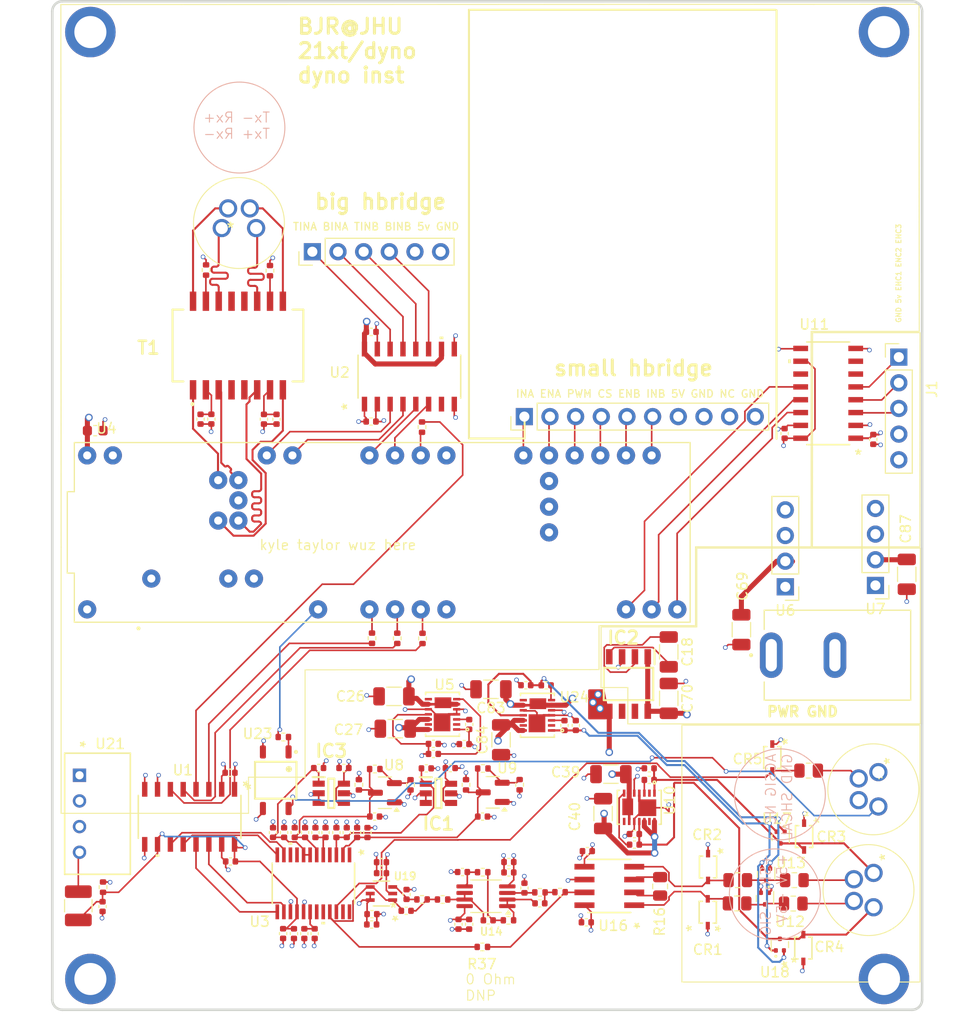
<source format=kicad_pcb>
(kicad_pcb (version 20240108) (generator "pcbnew") (generator_version "8.0")
  (layers (0 "F.Cu" signal) (1 "In1.Cu" signal) (2 "In2.Cu" signal) (31 "B.Cu" signal) (34 "B.Paste" user) (35 "F.Paste" user) (36 "B.SilkS" user "B.Silkscreen") (37 "F.SilkS" user "F.Silkscreen") (38 "B.Mask" user) (39 "F.Mask" user) (44 "Edge.Cuts" user))
  (net 0 "")
  (net 1 "3v3Teensy")
  (net 2 "GND2")
  (net 3 "5venc")
  (net 4 "3v3Ext")
  (net 5 "-2v5ref")
  (net 6 "+2v5ref")
  (net 7 "+2v5adc")
  (net 8 "Net-(U3-REGCAPA)")
  (net 9 "Net-(U3-REGCAPD)")
  (net 10 "5vpwr")
  (net 11 "Net-(IC2-CAP-)")
  (net 12 "Net-(IC2-CAP+)")
  (net 13 "+5vref")
  (net 14 "Net-(U5-BYPP)")
  (net 15 "Net-(U5-OUTN)")
  (net 16 "-5vref")
  (net 17 "+12v")
  (net 18 "-12v")
  (net 19 "-2v5adc")
  (net 20 "+5vexc")
  (net 21 "Net-(U10-BYPP)")
  (net 22 "Net-(U10-OUTN)")
  (net 23 "-5vexc")
  (net 24 "Net-(U14A-+)")
  (net 25 "Net-(U14A--)")
  (net 26 "Net-(C42-Pad1)")
  (net 27 "Net-(U14B-+)")
  (net 28 "Net-(U14B--)")
  (net 29 "Net-(C48-Pad1)")
  (net 30 "Net-(U19-+)")
  (net 31 "Net-(C54-Pad1)")
  (net 32 "+DCSIG^")
  (net 33 "GND1")
  (net 34 "-DCSIG^")
  (net 35 "ACSIG^")
  (net 38 "ASCLK")
  (net 39 "Net-(U4-SCK)")
  (net 40 "!ACS")
  (net 41 "Net-(U4-CS1)")
  (net 42 "AMISO")
  (net 43 "Net-(U4-MISO)")
  (net 44 "AMOSI")
  (net 45 "Net-(U4-MOSI)")
  (net 46 "Net-(U8-REF)")
  (net 47 "Net-(U9-REF)")
  (net 48 "Net-(U12-C1{slash}A2)")
  (net 49 "+DCSIG")
  (net 50 "Net-(U13-C1{slash}A2)")
  (net 51 "-DCSIG")
  (net 52 "ACSIG")
  (net 53 "Net-(R41-Pad2)")
  (net 54 "shcalctrl")
  (net 55 "BOTINB5v")
  (net 56 "!BCS")
  (net 57 "BMISO")
  (net 58 "BMOSI")
  (net 59 "BSCLK")
  (net 60 "Benc1")
  (net 61 "Benc3")
  (net 62 "Benc2")
  (net 64 "Aenc2")
  (net 65 "Aenc3")
  (net 66 "Aenc1")
  (net 74 "CURRSNS")
  (net 75 "Net-(T1-RCT)")
  (net 76 "Net-(T1-TCT)")
  (net 77 "Net-(T1-RXCT)")
  (net 78 "Net-(T1-TXCT)")
  (net 79 "Rx+")
  (net 81 "Td-")
  (net 82 "Td+")
  (net 83 "PWM")
  (net 84 "Rd+")
  (net 88 "INB")
  (net 89 "INA")
  (net 90 "ENA")
  (net 91 "ENB")
  (net 92 "Tx+")
  (net 94 "Tx-")
  (net 101 "ACSHCAL")
  (net 102 "+5vcla")
  (net 103 "Net-(U24-BYPP)")
  (net 104 "Net-(U24-OUTN)")
  (net 105 "-5vcla")
  (net 109 "TOPINA5v")
  (net 110 "TOPINB5v")
  (net 111 "BOTINA5v")
  (net 112 "BOTINB3v3")
  (net 113 "TOPINA3v3")
  (net 114 "TOPINB3v3")
  (net 115 "BOTINA3v3")
  (net 116 "GND3")
  (net 117 "Net-(U21-+VOUT)")
  (net 119 "Rd-")
  (net 120 "Rx-")
  (net 124 "Net-(R16-Pad1)")
  (net 125 "Net-(R16-Pad2)")
  (net 126 "SE_DCSIG")
  (net 128 "SE_DCSIG_filt")
  (footprint "dynoinst_fp:SOT95P280X145-6N" (layer "F.Cu") (at 147.49505 95.591074)
    (property "Reference" "IC3")
    (property "Value" "MCP1502T-25E_CHY" (hide yes))
  )
  (footprint "dynoinst_fp:SOIC127P600X175-8N" (layer "F.Cu") (at 176.915784 84.776326 -90)
    (property "Reference" "IC2")
    (property "Value" "TC7660SEOA713" (hide yes))
  )
  (footprint "Capacitor_SMD:C_0402_1005Metric" (layer "F.Cu") (at 137.47 93.564148)
    (property "Reference" "C2" (hide yes))
    (property "Value" "0.1uF")
  )
  (footprint "Resistor_SMD:R_0402_1005Metric" (layer "F.Cu") (at 156.525 80.265 -90)
    (property "Reference" "R3" (hide yes))
    (property "Value" "20" (hide yes))
  )
  (footprint "Package_TO_SOT_SMD:SOT-23" (layer "F.Cu") (at 152.799773 95.5375 180)
    (property "Reference" "U8")
    (property "Value" "TL431DBZ")
  )
  (footprint "Resistor_SMD:R_0402_1005Metric" (layer "F.Cu") (at 150.225 94.752076 -90)
    (property "Reference" "R5" (hide yes))
    (property "Value" "500")
  )
  (footprint "dynoinst_fp:dyno_inst_hole" (layer "F.Cu") (at 123.6469 113.974)
    (property "Reference" "H2")
    (property "Value" "MountingHole_Pad")
  )
  (footprint "Capacitor_SMD:C_0402_1005Metric" (layer "F.Cu") (at 178.965684 94.267895 180)
    (property "Reference" "C36" (hide yes))
    (property "Value" "0.01uf")
  )
  (footprint "dynoinst_fp:MODULE_DEV-16771" (layer "F.Cu") (at 152.54 69.77)
    (property "Reference" "U4")
    (property "Value" "DEV-16771")
  )
  (footprint "Connector_PinHeader_2.54mm:PinHeader_1x06_P2.54mm_Vertical" (layer "F.Cu") (at 145.62 41.99 90)
    (property "Reference" "J5" (hide yes))
    (property "Value" "Conn_01x06")
  )
  (footprint "Capacitor_SMD:C_0402_1005Metric" (layer "F.Cu") (at 146.24505 93.091074 180)
    (property "Reference" "C28" (hide yes))
    (property "Value" "1uF")
  )
  (footprint "Capacitor_SMD:C_0402_1005Metric" (layer "F.Cu") (at 163.028615 108.167095 180)
    (property "Reference" "C48" (hide yes))
    (property "Value" "1.5nF")
  )
  (footprint "Capacitor_SMD:C_0402_1005Metric" (layer "F.Cu") (at 192.37 59.975 -90)
    (property "Reference" "C25" (hide yes))
    (property "Value" "0.1uF")
  )
  (footprint "Capacitor_SMD:C_0402_1005Metric" (layer "F.Cu") (at 134.55 58.565 -90)
    (property "Reference" "C91" (hide yes))
    (property "Value" "0.1uF")
  )
  (footprint "dynoinst_fp:DFN14_DE14MA_ADI" (layer "F.Cu") (at 167.9 87.875 180)
    (property "Reference" "U24")
    (property "Value" "LT3032IDE-5-TRPBF")
  )
  (footprint "Resistor_SMD:R_0402_1005Metric" (layer "F.Cu") (at 166.139091 94.745248 -90)
    (property "Reference" "R10" (hide yes))
    (property "Value" "100")
  )
  (footprint "Capacitor_SMD:C_1206_3216Metric" (layer "F.Cu") (at 204.46 73.92 90)
    (property "Reference" "C87")
    (property "Value" "100uF")
  )
  (footprint "Capacitor_SMD:C_0402_1005Metric" (layer "F.Cu") (at 170.579675 88.878796 90)
    (property "Reference" "C80" (hide yes))
    (property "Value" "0.01uf")
  )
  (footprint "Capacitor_SMD:C_1206_3216Metric" (layer "F.Cu") (at 175.175 93.7 180)
    (property "Reference" "C39")
    (property "Value" "10uF")
  )
  (footprint "Capacitor_SMD:C_0402_1005Metric" (layer "F.Cu") (at 151.43 58.799752 180)
    (property "Reference" "C1" (hide yes))
    (property "Value" "0.1uF")
  )
  (footprint "Resistor_SMD:R_0805_2012Metric" (layer "F.Cu") (at 193.224223 106.508188 180)
    (property "Reference" "R13" (hide yes))
    (property "Value" "7.5")
  )
  (footprint "Capacitor_SMD:C_0603_1608Metric" (layer "F.Cu") (at 124.125 59.7 180)
    (property "Reference" "C16" (hide yes))
    (property "Value" "100uF")
  )
  (footprint "Capacitor_SMD:C_0402_1005Metric" (layer "F.Cu") (at 201.146347 60.565 90)
    (property "Reference" "C3" (hide yes))
    (property "Value" "0.1uF")
  )
  (footprint "Capacitor_SMD:C_0402_1005Metric" (layer "F.Cu") (at 151.520282 107.550862)
    (property "Reference" "C75" (hide yes))
    (property "Value" "0.1uF")
  )
  (footprint "Capacitor_SMD:C_0402_1005Metric" (layer "F.Cu") (at 160.65 90.725)
    (property "Reference" "C19" (hide yes))
    (property "Value" "0.01uf")
  )
  (footprint "dynoinst_fp:DIODE_CDSOD323-T36SC_BRN" (layer "F.Cu") (at 184.790801 102.892272 -90)
    (property "Reference" "CR2")
    (property "Value" "CDSOD323-T36SC")
  )
  (footprint "21xt_footprints:749013011" (layer "F.Cu") (at 138.255 51.275)
    (property "Reference" "T1")
    (property "Value" "749013011" (hide yes))
  )
  (footprint "Capacitor_SMD:C_0402_1005Metric" (layer "F.Cu") (at 152.464276 102.412061 180)
    (property "Reference" "C78" (hide yes))
    (property "Value" "10uF")
  )
  (footprint "dynoinst_fp:SOIC254P610X218-4N" (layer "F.Cu") (at 141.995 94.3 -90)
    (property "Reference" "U23")
    (property "Value" "CPC1017N")
  )
  (footprint "Capacitor_SMD:C_1206_3216Metric" (layer "F.Cu") (at 174.4 97.6 -90)
    (property "Reference" "C40")
    (property "Value" "10uF")
  )
  (footprint "peripheralio:CONN_T4041017041-000_TEC" (layer "F.Cu") (at 201.15 95.2 90)
    (property "Reference" "J3" (hide yes))
    (property "Value" "Conn_01x03")
  )
  (footprint "Capacitor_SMD:C_0402_1005Metric" (layer "F.Cu") (at 145.924799 99.48 90)
    (property "Reference" "C14" (hide yes))
    (property "Value" "1uF")
  )
  (footprint "Capacitor_SMD:C_0402_1005Metric" (layer "F.Cu") (at 144.899799 99.477876 -90)
    (property "Reference" "C7" (hide yes))
    (property "Value" "1uF")
  )
  (footprint "Connector_PinHeader_2.54mm:PinHeader_1x04_P2.54mm_Vertical" (layer "F.Cu") (at 201.36 75.02 180)
    (property "Reference" "U7")
    (property "Value" "1S4E_1.5U")
  )
  (footprint "Capacitor_SMD:C_1206_3216Metric" (layer "F.Cu") (at 164.3 90.3 90)
    (property "Reference" "C84")
    (property "Value" "10uF")
  )
  (footprint "Capacitor_SMD:C_0402_1005Metric" (layer "F.Cu") (at 157.6 90.7 180)
    (property "Reference" "C22" (hide yes))
    (property "Value" "0.01uf")
  )
  (footprint "Resistor_SMD:R_0402_1005Metric" (layer "F.Cu") (at 165.033085 108.164229 180)
    (property "Reference" "R23" (hide yes))
    (property "Value" "6.34k")
  )
  (footprint "dynoinst_fp:SIP4_CME0303_MUR" (layer "F.Cu") (at 122.572 93.81 -90)
    (property "Reference" "U21")
    (property "Value" "CME0303S3C")
  )
  (footprint "Capacitor_SMD:C_1206_3216Metric" (layer "F.Cu") (at 163.3 85.3 180)
    (property "Reference" "C83")
    (property "Value" "10uF")
  )
  (footprint "Resistor_SMD:R_0805_2012Metric" (layer "F.Cu") (at 187.6654 106.493048 180)
    (property "Reference" "R21" (hide yes))
    (property "Value" "30")
  )
  (footprint "dynoinst_fp:21-0041_S16&plus_1_MXM_1" (layer "F.Cu") (at 133.47 97.925248 -90)
    (property "Reference" "U1")
    (property "Value" "MAX14931FASE+")
  )
  (footprint "dynoinst_fp:21-0041_S16&plus_1_MXM" (layer "F.Cu") (at 155.225 54.35 90)
    (property "Reference" "U2")
    (property "Value" "MAX14930FASE+")
  )
  (footprint "Capacitor_SMD:C_0402_1005Metric" (layer "F.Cu") (at 141.724799 99.477876 -90)
    (property "Reference" "C11" (hide yes))
    (property "Value" "1uF")
  )
  (footprint "Capacitor_SMD:C_0402_1005Metric" (layer "F.Cu") (at 154.945493 105.604274 90)
    (property "Reference" "C53" (hide yes))
    (property "Value" "1.3nF")
  )
  (footprint "Inductor_SMD:L_1210_3225Metric" (layer "F.Cu") (at 122.453 106.73 -90)
    (property "Reference" "L1" (hide yes))
    (property "Value" "10uH")
  )
  (footprint "dynoinst_fp:dyno_inst_hole" (layer "F.Cu") (at 123.6469 20.248)
    (property "Reference" "H3")
    (property "Value" "MountingHole_Pad")
  )
  (footprint "Capacitor_SMD:C_0402_1005Metric" (layer "F.Cu") (at 144.824799 109.482876 90)
    (property "Reference" "C43" (hide yes))
    (property "Value" "0.1uF" (hide yes))
  )
  (footprint "Capacitor_SMD:C_0402_1005Metric" (layer "F.Cu") (at 168.763633 84.907499)
    (property "Reference" "C81" (hide yes))
    (property "Value" "0.01uf")
  )
  (footprint "dynoinst_fp:KS-6_ADI" (layer "F.Cu") (at 152.459023 105.514839 180)
    (property "Reference" "U19")
    (property "Value" "ADA4807-1")
  )
  (footprint "Capacitor_SMD:C_0402_1005Metric" (layer "F.Cu") (at 124.853 106.805 -90)
    (property "Reference" "C33" (hide yes))
    (property "Value" "4.7uF")
  )
  (footprint "Capacitor_SMD:C_0402_1005Metric" (layer "F.Cu") (at 166.616022 104.967235 90)
    (property "Reference" "C41" (hide yes))
    (property "Value" "150pF")
  )
  (footprint "Package_TO_SOT_SMD:SOT-723" (layer "F.Cu") (at 190.542288 103.624104 -90)
    (property "Reference" "U13")
    (property "Value" "1SS362FV_L3F")
  )
  (footprint "Package_SO:MSOP-8_3x3mm_P0.65mm" (layer "F.Cu") (at 162.806634 105.78444 180)
    (property "Reference" "U14")
    (property "Value" "ADA4807-2ARM")
  )
  (footprint "Connector_PinHeader_2.54mm:PinHeader_1x04_P2.54mm_Vertical" (layer "F.Cu") (at 192.44 75.16 180)
    (property "Reference" "U6")
    (property "Value" "1S4E_1.5U")
  )
  (footprint "Capacitor_SMD:C_0402_1005Metric" (layer "F.Cu") (at 152.466571 103.499064 180)
    (property "Reference" "C77" (hide yes))
    (property "Value" "0.1uF")
  )
  (footprint "Resistor_SMD:R_0402_1005Metric" (layer "F.Cu") (at 162.481778 103.404582 180)
    (property "Reference" "R26" (hide yes))
    (property "Value" "14k" (hide yes))
  )
  (footprint "Resistor_SMD:R_0402_1005Metric" (layer "F.Cu") (at 151.525 80.245 -90)
    (property "Reference" "R2" (hide yes))
    (property "Value" "20")
  )
  (footprint "Capacitor_SMD:C_0402_1005Metric" (layer "F.Cu") (at 137.52 102.339148)
    (property "Reference" "C31" (hide yes))
    (property "Value" "0.1uF")
  )
  (footprint "Capacitor_SMD:C_0402_1005Metric" (layer "F.Cu") (at 160.086613 108.555 -90)
    (property "Reference" "C57" (hide yes))
    (property "Value" "10uF")
  )
  (footprint "Resistor_SMD:R_0402_1005Metric" (layer "F.Cu") (at 170.138753 105.378095 180)
    (property "Reference" "R11" (hide yes))
    (property "Value" "2.26k")
  )
  (footprint "Capacitor_SMD:C_1206_3216Metric" (layer "F.Cu") (at 188.09 79.4 90)
    (property "Reference" "C69")
    (property "Value" "100uF")
  )
  (footprint "Capacitor_SMD:C_0402_1005Metric" (layer "F.Cu") (at 166.754366 84.897759)
    (property "Reference" "C82" (hide yes))
    (property "Value" "0.01uf")
  )
  (footprint "Capacitor_SMD:C_1206_3216Metric" (layer "F.Cu") (at 153.825 89.2)
    (property "Reference" "C27")
    (property "Value" "10uF")
  )
  (footprint "Resistor_SMD:R_0402_1005Metric" (layer "F.Cu") (at 158.512345 106.106264 180)
    (property "Reference" "R29" (hide yes))
    (property "Value" "953")
  )
  (footprint "Capacitor_SMD:C_0402_1005Metric" (layer "F.Cu") (at 172.840137 101.31637)
    (property "Reference" "C45" (hide yes))
    (property "Value" "0.1uF")
  )
  (footprint "Capacitor_SMD:C_0402_1005Metric" (layer "F.Cu") (at 142.724799 109.477876 -90)
    (property "Reference" "C6" (hide yes))
    (property "Value" "0.1uF" (hide yes))
  )
  (footprint "Capacitor_SMD:C_0402_1005Metric" (layer "F.Cu") (at 150.05 99.48 -90)
    (property "Reference" "C12" (hide yes))
    (property "Value" "0.1uF")
  )
  (footprint "dynoinst_fp:DIODE_CDSOD323-T36SC_BRN" (layer "F.Cu") (at 191.15 92.05 -90)
    (property "Reference" "CR5")
    (property "Value" "CDSOD323-T36SC" (hide yes))
  )
  (footprint "Capacitor_SMD:C_0402_1005Metric" (layer "F.Cu") (at 143.799799 109.482876 -90)
    (property "Reference" "C5" (hide yes))
    (property "Value" "10uF" (hide yes))
  )
  (footprint "Capacitor_SMD:C_0402_1005Metric" (layer "F.Cu") (at 161.142719 108.55652 -90)
    (property "Reference" "C58" (hide yes))
    (property "Value" "0.1uF")
  )
  (footprint "dynoinst_fp:DIODE_CDSOD323-T36SC_BRN" (layer "F.Cu") (at 194.224799 110.907876 90)
    (property "Reference" "CR4")
    (property "Value" "CDSOD323-T36SC" (hide yes))
  )
  (footprint "Capacitor_SMD:C_0402_1005Metric" (layer "F.Cu") (at 165.074531 103.428389 180)
    (property "Reference" "C61" (hide yes))
    (property "Value" "10uF")
  )
  (footprint "Connector_PinHeader_2.54mm:PinHeader_1x10_P2.54mm_Vertical" (layer "F.Cu") (at 166.605 58.31 90)
    (property "Reference" "J2" (hide yes))
    (property "Value" "Conn_01x10")
  )
  (footprint "Resistor_SMD:R_0402_1005Metric" (layer "F.Cu") (at 154.025 80.255 -90)
    (property "Reference" "R4" (hide yes))
    (property "Value" "20")
  )
  (footprint "Resistor_SMD:R_0402_1005Metric" (layer "F.Cu") (at 151.800167 93.190598)
    (property "Reference" "R7" (hide yes))
    (property "Value" "45k")
  )
  (footprint "Resistor_SMD:R_0805_2012Metric" (layer "F.Cu") (at 180.045137 104.80387 -90)
    (property "Reference" "R16")
    (property "Value" "24.3")
  )
  (footprint "dynoinst_fp:DIODE_CDSOD323-T36SC_BRN" (layer "F.Cu") (at 184.762666 107.365311 90)
    (property "Reference" "CR1")
    (property "Value" "CDSOD323-T36SC")
  )
  (footprint "Capacitor_SMD:C_0402_1005Metric" (layer "F.Cu") (at 161.15 88.78 90)
    (property "Reference" "C20" (hide yes))
    (property "Value" "0.01uf")
  )
  (footprint "Capacitor_SMD:C_0402_1005Metric" (layer "F.Cu") (at 151.074799 99.48 -90)
    (property "Reference" "C9" (hide yes))
    (property "Value" "10uF")
  )
  (footprint "Capacitor_SMD:C_0402_1005Metric" (layer "F.Cu") (at 178.967425 93.117558)
    (property "Reference" "C35" (hide yes))
    (property "Value" "0.01uf" (hide yes))
  )
  (footprint "peripheralio:CONN_T4041017041-000_TEC" (layer "F.Cu") (at 200.674201 105.174978 90)
    (property "Reference" "J6" (hide yes))
    (property "Value" "Conn_01x04")
  )
  (footprint "Resistor_SMD:R_0805_2012Metric" (layer "F.Cu") (at 194.75 93.349999 180)
    (property "Reference" "R40" (hide yes))
    (property "Value" "30")
  )
  (footprint "peripheralio:CONN_T4041017041-000_TEC" (layer "F.Cu") (at 138.354978 39.149201)
    (property "Reference" "J7" (hide yes))
    (property "Value" "Conn_01x04")
  )
  (footprint "Capacitor_SMD:C_0402_1005Metric" (layer "F.Cu") (at 160.480016 103.385956 180)
    (property "Reference" "C47" (hide yes))
    (property "Value" "10uF")
  )
  (footprint "Capacitor_SMD:C_0402_1005Metric" (layer "F.Cu") (at 151.787223 97.896426 180)
    (property "Reference" "C29" (hide yes))
    (property "Value" "0.1uf")
  )
  (footprint "dynoinst_fp:dyno_inst_hole" (layer "F.Cu") (at 202.2091 20.248)
    (property "Reference" "H1")
    (property "Value" "MountingHole_Pad")
  )
  (footprint "Capacitor_SMD:C_0402_1005Metric" (layer "F.Cu") (at 151.494005 108.579518)
    (property "Reference" "C76" (hide yes))
    (property "Value" "10uF")
  )
  (footprint "Resistor_SMD:R_0402_1005Metric" (layer "F.Cu") (at 155.33852 94.75934 -90)
    (property "Reference" "R9" (hide yes))
    (property "Value" "100")
  )
  (footprint "Capacitor_SMD:C_0402_1005Metric" (layer "F.Cu") (at 135.625 58.56 -90)
    (property "Reference" "C92" (hide yes))
    (property "Value" "0.1uF")
  )
  (footprint "Resistor_SMD:R_0402_1005Metric" (layer "F.Cu") (at 124.9 104.885 -90)
    (property "Reference" "R39" (hide yes))
    (property "Value" "100")
  )
  (footprint "Capacitor_SMD:C_0402_1005Metric" (layer "F.Cu") (at 149.024799 99.477876 -90)
    (property "Reference" "C13" (hide yes))
    (property "Value" "0.1uF")
  )
  (footprint "Capacitor_SMD:C_0402_1005Metric" (layer "F.Cu") (at 156.9 93.125 180)
    (property "Reference" "C23" (hide yes))
    (property "Value" "1uF")
  )
  (footprint "Connector_PinHeader_2.54mm:PinHeader_1x05_P2.54mm_Vertical" (layer "F.Cu") (at 203.676843 52.425)
    (property "Reference" "J1")
    (property "Value" "Conn_01x05")
  )
  (footprint "Package_TO_SOT_SMD:SOT-723" (layer "F.Cu") (at 191.975001 99.97505 -90)
    (property "Reference" "U17")
    (property "Value" "1SS362FV_L3F" (hide yes))
  )
  (footprint "Capacitor_SMD:C_0402_1005Metric" (layer "F.Cu") (at 146.924799 99.477876 90)
    (property "Reference" "C15" (hide yes))
    (property "Value" "0.1uF")
  )
  (footprint "Resistor_SMD:R_0402_1005Metric" (layer "F.Cu") (at 162.45 110.8)
    (property "Reference" "R37")
    (property "Value" "0")
  )
  (footprint "Resistor_SMD:R_0402_1005Metric" (layer "F.Cu") (at 141.425 43.865 90)
    (property "Reference" "R46" (hide yes))
    (property "Value" "52.5" (hide yes))
  )
  (footprint "Capacitor_SMD:C_0402_1005Metric" (layer "F.Cu") (at 177.5 100.675 180)
    (property "Reference" "C37" (hide yes))
    (property "Value" "0.01uf")
  )
  (footprint "Capacitor_SMD:C_0402_1005Metric" (layer "F.Cu") (at 168.143035 106.486314 180)
    (property "Reference" "C42" (hide yes))
    (property "Value" "1.5nF")
  )
  (footprint "Capacitor_SMD:C_0402_1005Metric" (layer "F.Cu") (at 147.999799 99.477876 -90)
    (property "Reference" "C10" (hide yes))
    (property "Value" "10uF")
  )
  (footprint "Capacitor_SMD:C_0402_1005Metric" (layer "F.Cu") (at 172.740137 108.36637 180)
    (property "Reference" "C34" (hide yes))
    (property "Value" "0.1uF")
  )
  (footprint "Resistor_SMD:R_0805_2012Metric" (layer "F.Cu") (at 193.332837 104.192121 180)
    (property "Reference" "R14" (hide yes))
    (property "Value" "7.5")
  )
  (footprint "dynoinst_fp:DIODE_CDSOD323-T36SC_BRN" (layer "F.Cu") (at 194.297101 99.87505 -90)
    (property "Reference" "CR3")
    (property "Value" "CDSOD323-T36SC" (hide yes))
  )
  (footprint "Capacitor_SMD:C_0402_1005Metric" (layer "F.Cu") (at 143.874799 99.477876 -90)
    (property "Reference" "C8" (hide yes))
    (property "Value" "0.1uF")
  )
  (footprint "Capacitor_SMD:C_0402_1005Metric" (layer "F.Cu") (at 148.74505 93.091074)
    (property "Reference" "C32" (hide yes))
    (property "Value" "0.1uf")
  )
  (footprint "Resistor_SMD:R_0402_1005Metric" (layer "F.Cu") (at 160.831185 94.753565 -90)
    (property "Reference" "R6" (hide yes))
    (property "Value" "500")
  )
  (footprint "Capacitor_SMD:C_0402_1005Metric" (layer "F.Cu") (at 142.075 58.57 -90)
    (property "Reference" "C94" (hide yes))
    (property "Value" "0.1uF")
  )
  (footprint "dynoinst_fp:21-0041_S16&plus_1_MXM" (layer "F.Cu") (at 196.685248 56.005 180)
    (property "Reference" "U11")
    (property "Value" "MAX14930FASE+")
  )
  (footprint "Resistor_SMD:R_0402_1005Metric" (layer "F.Cu") (at 156.475 59.35 -90)
    (property "Reference" "R1" (hide yes))
    (property "Value" "20")
  )
  (footprint "dynoinst_fp:R_8_ADI" (layer "F.Cu") (at 175.020137 104.76637 180)
    (property "Reference" "U16")
    (property "Value" "AD8429ARZ-R7")
  )
  (footprint "Capacitor_SMD:C_0402_1005Metric" (layer "F.Cu") (at 177.5 99.625)
    (property "Reference" "C38" (hide yes))
    (property "Value" "0.01uf")
  )
  (footprint "dynoinst_fp:DFN14_DE14MA_ADI" (layer "F.Cu") (at 158.504675 87.778796 180)
    (property "Reference" "U5")
    (property "Value" "LT3032IDE-5-TRPBF")
  )
  (footprint "Capacitor_SMD:C_0402_1005Metric" (layer "F.Cu") (at 162.473536 97.898311 180)
    (property "Reference" "C30" (hide yes))
    (property "Value" "0.1uf")
  )
  (footprint "Capacitor_SMD:C_0402_1005Metric" (layer "F.Cu") (at 157.6 91.7)
    (property "Reference" "C21" (hide yes))
    (property "Value" "0.01uf")
  )
  (footprint "Capacitor_SMD:C_0402_1005Metric" (layer "F.Cu") (at 159.275 93.1 180)
    (property "Reference" "C24" (hide yes))
    (property "Value" "0.1uf")
  )
  (footprint "dynoinst_fp:DFN14_DE14MA_ADI" (layer "F.Cu") (at 177.985 96.98 -90)
    (property "Reference" "U10")
    (property "Value" "LT3032IDE-5-TRPBF")
  )
  (footprint "Capacitor_SMD:C_1206_3216Metric" (layer "F.Cu") (at 180.9 86.2 -90)
    (property "Reference" "C70")
    (property "Value" "10uF")
  )
  (footprint "Package_TO_SOT_SMD:SOT-23" (layer "F.Cu") (at 163.475 95.5 180)
    (property "Reference" "U9")
    (property "Value" "TL431DBZ" (hide yes))
  )
  (footprint "Capacitor_SMD:C_0402_1005Metric" (layer "F.Cu") (at 145.849799 109.482876 90)
    (property "Reference" "C44" (hide yes))
    (property "Value" "1uF")
  )
  (footprint "Capacitor_SMD:C_1206_3216Metric" (layer "F.Cu") (at 180.9 81.6 -90)
    (property "Reference" "C18")
    (property "Value" "10uF")
  )
  (footprint "Resistor_SMD:R_0402_1005Metric" (layer "F.Cu") (at 156.479456 106.1 180)
    (property "Reference" "R30" (hide yes))
    (property "Value" "2.1k")
  )
  (footprint "Resistor_SMD:R_0402_1005Metric" (layer "F.Cu") (at 168.149799 105.399482 180)
    (property "Reference" "R12" (hide yes))
    (property "Value" "4.02k")
  )
  (footprint "Resistor_SMD:R_0402_1005Metric" (layer "F.Cu") (at 162.495875 93.137731)
    (property "Reference" "R8" (hide yes))
    (property "Value" "45k")
  )
  (footprint "Package_TO_SOT_SMD:SOT-723" (layer "F.Cu") (at 191.900001 110.57505 90)
    (property "Reference" "U18")
    (property "Value" "1SS362FV_L3F" (hide yes))
  )
  (footprint "Resistor_SMD:R_0805_2012Metric" (layer "F.Cu") (at 187.732637 104.19137 180)
    (property "Reference" "R22" (hide yes))
    (property "Value" "30")
  )
  (footprint "Package_TO_SOT_SMD:SOT-723" (layer "F.Cu") (at 190.425 106.0125 -90)
    (property "Reference" "U12")
    (property "Value" "1SS362FV_L3F")
  )
  (footprint "Capacitor_SMD:C_1206_3216Metric" (layer "F.Cu") (at 153.7 86 180)
    (property "Reference" "C26")
    (property "Value" "10uF")
  )
  (footprint "Capacitor_SMD:C_0402_1005Metric" (layer "F.Cu") (at 165.075353 102.399706 180)
    (property "Reference" "C63" (hide yes))
    (property "Value" "0.1uF" (hide yes))
  )
  (footprint "Capacitor_SMD:C_0402_1005Metric" (layer "F.Cu") (at 154.90532 107.224994 180)
    (property "Reference" "C54" (hide yes))
    (property "Value" "2.4nF")
  )
  (footprint "Capacitor_SMD:C_0402_1005Metric" (layer "F.Cu") (at 142.824799 99.477876 -90)
    (property "Reference" "C17" (hide yes))
    (property "Value" "0.1uF")
  )
  (footprint "Resistor_SMD:R_0402_1005Metric" (layer "F.Cu") (at 142.75 90.025)
    (property "Reference" "R41" (hide yes))
    (property "Value" "330")
  )
  (footprint "dynoinst_fp:RU_24_ADI" (layer "F.Cu") (at 145.724799 104.507876 -90)
    (property "Reference" "U3")
    (property "Value" "AD7175-2BRUZ")
  )
  (footprint "dynoinst_fp:SOT95P280X145-6N" (layer "F.Cu") (at 158.1 95.6)
    (property "Reference" "IC1")
    (property "Value" "MCP1502T-25E_CHY" (hide yes))
  )
  (footprint "Resistor_SMD:R_0402_1005Metric" (layer "F.Cu") (at 135.1 43.8 90)
    (property "Reference" "R45" (hide yes))
    (property "Value" "52.5")
  )
  (footprint "Capacitor_SMD:C_0402_1005Metric" (layer "F.Cu") (at 171.7 88.875 -90)
    (property "Reference" "C79" (hide yes))
    (property "Value" "0.01uf")
  )
  (footprint "Capacitor_SMD:C_0402_1005Metric" (layer "F.Cu") (at 151.445 49.925 180)
    (property "Reference" "C4" (hide yes))
    (property "Value" "0.1uF")
  )
  (footprint "Capacitor_SMD:C_0402_1005Metric" (layer "F.Cu") (at 140.825 58.57 -90)
    (property "Reference" "C93" (hide yes))
    (property "Value" "0.1uF")
  )
  (footprint "dynoinst_fp:CUI_PJ-037A" (layer "F.Cu") (at 191.05 81.925)
    (property "Reference" "J4" (hide yes))
    (property "Value" "Barrel_Jack")
  )
  (footprint "dynoinst_fp:dyno_inst_hole" (layer "F.Cu") (at 202.2091 113.974)
    (property "Reference" "H4")
    (property "Value" "MountingHole_Pad")
  )
  (gr_circle (center 191.4 105.6) (end 191.4 101.1) (stroke (width 0.1)) (fill none) (layer "B.SilkS"))
  (gr_circle (center 191.9 95.7) (end 191.9 91.2) (stroke (width 0.1)) (fill none) (layer "B.SilkS"))
  (gr_circle (center 138.4 29.7) (end 142.9 29.7) (stroke (width 0.1)) (fill none) (layer "B.SilkS"))
  (gr_line (start 144.9 83.375) (end 174 83.35) (stroke (width 0.1)) (layer "F.SilkS"))
  (gr_line (start 176.85 88.725) (end 176.85 85.125) (stroke (width 0.1)) (layer "F.SilkS"))
  (gr_line (start 161.1235 18.042) (end 161.1235 60.46) (stroke (width 0.2)) (layer "F.SilkS"))
  (gr_line (start 174 79) (end 183.55 79) (stroke (width 0.1)) (layer "F.SilkS"))
  (gr_line (start 183.55 79) (end 183.55 71.2) (stroke (width 0.1)) (layer "F.SilkS"))
  (gr_line (start 205.7 49.875) (end 205.675 17.5) (stroke (width 0.1)) (layer "F.SilkS"))
  (gr_line (start 120.725 17.525) (end 120.75 71.225) (stroke (width 0.1)) (layer "F.SilkS"))
  (gr_line (start 205.775 50) (end 205.7625 71.2) (stroke (width 0.1)) (layer "F.SilkS"))
  (gr_line (start 205.8 88.725) (end 205.8 71.325) (stroke (width 0.1)) (layer "F.SilkS"))
  (gr_line (start 161.1235 18.045) (end 191.4765 18.045) (stroke (width 0.2)) (layer "F.SilkS"))
  (gr_line (start 183.675 71.325) (end 205.8 71.325) (stroke (width 0.1)) (layer "F.SilkS"))
  (gr_line (start 183.55 71.2) (end 195 71.2) (stroke (width 0.1)) (layer "F.SilkS"))
  (gr_line (start 195 71.2) (end 195 49.875) (stroke (width 0.1)) (layer "F.SilkS"))
  (gr_rect (start 182.2 88.85) (end 205.775 114.275) (stroke (width 0.1)) (fill none) (layer "F.SilkS"))
  (gr_line (start 195.1375 50) (end 205.775 50) (stroke (width 0.1)) (layer "F.SilkS"))
  (gr_line (start 205.7625 71.2) (end 195.125 71.2) (stroke (width 0.1)) (layer "F.SilkS"))
  (gr_line (start 174.2 85.125) (end 174.2 79.125) (stroke (width 0.1)) (layer "F.SilkS"))
  (gr_line (start 176.85 88.725) (end 205.8 88.725) (stroke (width 0.1)) (layer "F.SilkS"))
  (gr_line (start 176.85 85.125) (end 174.2 85.125) (stroke (width 0.1)) (layer "F.SilkS"))
  (gr_line (start 174.2 79.125) (end 183.675 79.125) (stroke (width 0.1)) (layer "F.SilkS"))
  (gr_line (start 205.675 17.5) (end 120.725 17.525) (stroke (width 0.1)) (layer "F.SilkS"))
  (gr_line (start 120.75 71.225) (end 120.75 97.575) (stroke (width 0.1)) (layer "F.SilkS"))
  (gr_line (start 183.675 79.125) (end 183.675 71.325) (stroke (width 0.1)) (layer "F.SilkS"))
  (gr_line (start 195 49.875) (end 205.7 49.875) (stroke (width 0.1)) (layer "F.SilkS"))
  (gr_line (start 139.3 97.575) (end 139.3 94) (stroke (width 0.1)) (layer "F.SilkS"))
  (gr_line (start 191.57 18.091) (end 191.57 60.509) (stroke (width 0.2)) (layer "F.SilkS"))
  (gr_line (start 144.9 94) (end 144.9 83.375) (stroke (width 0.1)) (layer "F.SilkS"))
  (gr_line (start 174 83.35) (end 174 79) (stroke (width 0.1)) (layer "F.SilkS"))
  (gr_line (start 120.75 97.575) (end 139.3 97.575) (stroke (width 0.1)) (layer "F.SilkS"))
  (gr_line (start 195.125 71.2) (end 195.1375 50) (stroke (width 0.1)) (layer "F.SilkS"))
  (gr_line (start 139.3 94) (end 144.9 94) (stroke (width 0.1)) (layer "F.SilkS"))
  (gr_line (start 166.63 60.475) (end 161.13 60.475) (stroke (width 0.2)) (layer "F.SilkS"))
  (gr_line (start 166.63 60.47) (end 166.63 58.54) (stroke (width 0.2)) (layer "F.SilkS"))
  (gr_arc (start 205.981 116.022) (mid 205.688107 116.729107) (end 204.981 117.022) (stroke (width 0.25)) (layer "Edge.Cuts"))
  (gr_line (start 204.981 117.022) (end 120.875 117.022) (stroke (width 0.25)) (layer "Edge.Cuts"))
  (gr_line (start 119.875 116.022) (end 119.875 18.2) (stroke (width 0.25)) (layer "Edge.Cuts"))
  (gr_arc (start 119.875 18.2) (mid 120.167893 17.492893) (end 120.875 17.2) (stroke (width 0.25)) (layer "Edge.Cuts"))
  (gr_arc (start 204.981 17.2) (mid 205.688107 17.492893) (end 205.981 18.2) (stroke (width 0.25)) (layer "Edge.Cuts"))
  (gr_line (start 120.875 17.2) (end 204.981 17.2) (stroke (width 0.25)) (layer "Edge.Cuts"))
  (gr_line (start 205.981 18.2) (end 205.981 116.022) (stroke (width 0.25)) (layer "Edge.Cuts"))
  (gr_arc (start 120.875 117.022) (mid 120.167893 116.729107) (end 119.875 116.022) (stroke (width 0.25)) (layer "Edge.Cuts"))
  (gr_text "Tx- Rx+\nTx+ Rx-" (at 141.5 30.9 0) (layer "B.SilkS") (effects (font (size 1 1) (thickness 0.1)) (justify left bottom mirror)))
  (gr_text "ACSIG NC\nGND SHCAL" (at 193.2 91.6 90) (layer "B.SilkS") (effects (font (size 1 1) (thickness 0.1)) (justify left bottom mirror)))
  (gr_text "+SIG -SIG\n+5V -5V" (at 192.7 101.5 90) (layer "B.SilkS") (effects (font (size 1 1) (thickness 0.1)) (justify left bottom mirror)))
  (gr_text "0 Ohm\nDNP" (at 160.7 116.2 0) (layer "F.SilkS") (effects (font (size 1 1) (thickness 0.1)) (justify left bottom)))
  (gr_text "small hbridge" (at 169.4 54.39 0) (layer "F.SilkS") (effects (font (size 1.5 1.5) (thickness 0.3) (bold yes)) (justify left bottom)))
  (gr_text "TINA BINA TINB BINB 5v GND" (at 143.63 39.94 0) (layer "F.SilkS") (effects (font (size 0.75 0.75) (thickness 0.125) (bold yes)) (justify left bottom)))
  (gr_text "PWR GND" (at 190.5 88.1 0) (layer "F.SilkS") (effects (font (size 1 1) (thickness 0.25) (bold yes)) (justify left bottom)))
  (gr_text "GND 5v ENC1 ENC2 ENC3" (at 203.95 49.07 90) (layer "F.SilkS") (effects (font (size 0.5 0.5) (thickness 0.1)) (justify left bottom)))
  (gr_text "big hbridge" (at 145.707279 37.907972 0) (layer "F.SilkS") (effects (font (size 1.5 1.5) (thickness 0.3) (bold yes)) (justify left bottom)))
  (gr_text "kyle taylor wuz here" (at 140.3 71.6 0) (layer "F.SilkS") (effects (font (size 1 1) (thickness 0.125) (bold yes)) (justify left bottom)))
  (gr_text "INA ENA PWM CS ENB INB 5V GND NC GND" (at 165.7 56.49 0) (layer "F.SilkS") (effects (font (size 0.75 0.75) (thickness 0.125) (bold yes)) (justify left bottom)))
  (gr_text "BJR@JHU\n21xt/dyno\ndyno inst" (at 144 25.4 0) (layer "F.SilkS") (effects (font (size 1.5 1.5) (thickness 0.3) (bold yes)) (justify left bottom)))
  (segment (start 137.95 92.75) (end 138 92.7) (width 0.16) (layer "F.Cu") (net 1))
  (segment (start 150.949752 58.8) (end 150.95 58.799752) (width 0.16) (layer "F.Cu") (net 1))
  (segment (start 130.295 93.905) (end 130.4 93.8) (width 0.16) (layer "F.Cu") (net 1))
  (segment (start 192.37 60.455) (end 193.955496 60.455) (width 0.16) (layer "F.Cu") (net 1))
  (segment (start 150.2 58.8) (end 150.949752 58.8) (width 0.16) (layer "F.Cu") (net 1))
  (segment (start 194.456347 60.455) (end 195.376347 59.535) (width 0.16) (layer "F.Cu") (net 1))
  (segment (start 130.295 95.200496) (end 130.295 93.905) (width 0.16) (layer "F.Cu") (net 1))
  (segment (start 192.27 61.19) (end 192.27 60.555) (width 0.16) (layer "F.Cu") (net 1))
  (segment (start 195.376347 53.592446) (end 194.638901 52.855) (width 0.16) (layer "F.Cu") (net 1))
  (segment (start 193.955496 60.455) (end 193.960496 60.45) (width 0.16) (layer "F.Cu") (net 1))
  (segment (start 137.915 95.200496) (end 137.915 93.599148) (width 0.16) (layer "F.Cu") (net 1))
  (segment (start 195.376347 59.535) (end 195.376347 53.592446) (width 0.16) (layer "F.Cu") (net 1))
  (segment (start 150.95 58.45) (end 150.78 58.28) (width 0.16) (layer "F.Cu") (net 1))
  (segment (start 192.27 60.555) (end 192.37 60.455) (width 0.16) (layer "F.Cu") (net 1))
  (segment (start 137.95 93.564148) (end 137.95 92.75) (width 0.16) (layer "F.Cu") (net 1))
  (segment (start 150.78 58.28) (end 150.78 57.074752) (width 0.16) (layer "F.Cu") (net 1))
  (segment (start 137.915 93.599148) (end 137.95 93.564148) (width 0.16) (layer "F.Cu") (net 1))
  (segment (start 150.95 58.799752) (end 150.95 58.45) (width 0.16) (layer "F.Cu") (net 1))
  (via (at 192.27 61.19) (size 0.45) (drill 0.3) (layers "F.Cu" "B.Cu") (net 1))
  (via (at 138 92.7) (size 0.45) (drill 0.3) (layers "F.Cu" "B.Cu") (net 1))
  (via (at 150.2 58.8) (size 0.45) (drill 0.3) (layers "F.Cu" "B.Cu") (net 1))
  (via (at 130.4 93.8) (size 0.45) (drill 0.3) (layers "F.Cu" "B.Cu") (net 1))
  (segment (start 200.736347 59.175) (end 200.816347 59.095) (width 0.16) (layer "F.Cu") (net 2))
  (segment (start 201.810851 61.045) (end 201.870851 61.105) (width 0.16) (layer "F.Cu") (net 2))
  (segment (start 199.441347 51.585) (end 200.626347 51.585) (width 0.16) (layer "F.Cu") (net 2))
  (segment (start 201.146347 61.045) (end 201.810851 61.045) (width 0.16) (layer "F.Cu") (net 2))
  (segment (start 199.491347 59.175) (end 200.736347 59.175) (width 0.16) (layer "F.Cu") (net 2))
  (segment (start 200.626347 51.585) (end 200.766347 51.725) (width 0.16) (layer "F.Cu") (net 2))
  (via (at 200.816347 59.095) (size 0.45) (drill 0.3) (layers "F.Cu" "B.Cu") (net 2))
  (via (at 201.870851 61.105) (size 0.45) (drill 0.3) (layers "F.Cu" "B.Cu") (net 2))
  (via (at 200.766347 51.725) (size 0.45) (drill 0.3) (layers "F.Cu" "B.Cu") (net 2))
  (segment (start 201.146347 60.085) (end 201.690851 60.085) (width 0.2) (layer "F.Cu") (net 3))
  (segment (start 201.690851 60.085) (end 201.870851 59.905) (width 0.2) (layer "F.Cu") (net 3))
  (segment (start 200.781347 60.45) (end 201.146347 60.085) (width 0.2) (layer "F.Cu") (net 3))
  (segment (start 199.41 60.45) (end 200.781347 60.45) (width 0.2) (layer "F.Cu") (net 3))
  (via (at 201.870851 59.905) (size 0.45) (drill 0.3) (layers "F.Cu" "B.Cu") (net 3))
  (segment (start 140.429148 102.339148) (end 138 102.339148) (width 0.16) (layer "F.Cu") (net 4))
  (segment (start 142.724799 108.997876) (end 143.794799 108.997876) (width 0.16) (layer "F.Cu") (net 4))
  (segment (start 144.099798 107.932876) (end 144.099798 107.327276) (width 0.16) (layer "F.Cu") (net 4))
  (segment (start 124.853 105.442) (end 124.9 105.395) (width 0.16) (layer "F.Cu") (net 4))
  (segment (start 138.975 100.975) (end 138.24 100.975) (width 0.16) (layer "F.Cu") (net 4))
  (segment (start 137.915 100.65) (end 137.915 102.254148) (width 0.16) (layer "F.Cu") (net 4))
  (segment (start 144.099798 106.009798) (end 140.429148 102.339148) (width 0.16) (layer "F.Cu") (net 4))
  (segment (start 142.724799 108.997876) (end 143.034798 108.997876) (width 0.16) (layer "F.Cu") (net 4))
  (segment (start 143.794799 108.997876) (end 143.799799 109.002876) (width 0.16) (layer "F.Cu") (net 4))
  (segment (start 130.295 100.65) (end 130.295 100.055) (width 0.16) (layer "F.Cu") (net 4))
  (segment (start 124.258 106.325) (end 124.853 106.325) (width 0.16) (layer "F.Cu") (net 4))
  (segment (start 126.44085 105.395) (end 124.9 105.395) (width 0.16) (layer "F.Cu") (net 4))
  (segment (start 122.453 108.13) (end 124.258 106.325) (width 0.16) (layer "F.Cu") (net 4))
  (segment (start 138.24 100.975) (end 137.915 100.65) (width 0.16) (layer "F.Cu") (net 4))
  (segment (start 144.099798 107.327276) (end 144.099798 106.009798) (width 0.16) (layer "F.Cu") (net 4))
  (segment (start 143.034798 108.997876) (end 144.099798 107.932876) (width 0.16) (layer "F.Cu") (net 4))
  (segment (start 130.295 101.54085) (end 126.44085 105.395) (width 0.16) (layer "F.Cu") (net 4))
  (segment (start 137.915 102.254148) (end 138 102.339148) (width 0.16) (layer "F.Cu") (net 4))
  (segment (start 130.295 100.055) (end 130.75 99.6) (width 0.16) (layer "F.Cu") (net 4))
  (segment (start 124.853 106.325) (end 124.853 105.442) (width 0.16) (layer "F.Cu") (net 4))
  (segment (start 130.295 100.65) (end 130.295 101.54085) (width 0.16) (layer "F.Cu") (net 4))
  (via (at 138.975 100.975) (size 0.45) (drill 0.3) (layers "F.Cu" "B.Cu") (net 4))
  (via (at 130.75 99.6) (size 0.45) (drill 0.3) (layers "F.Cu" "B.Cu") (net 4))
  (segment (start 137.875 99.875) (end 138.975 100.975) (width 0.16) (layer "B.Cu") (net 4))
  (segment (start 131.025 99.875) (end 137.875 99.875) (width 0.16) (layer "B.Cu") (net 4))
  (segment (start 130.75 99.6) (end 131.025 99.875) (width 0.16) (layer "B.Cu") (net 4))
  (segment (start 161.06762 95.5) (end 160.831185 95.263565) (width 0.16) (layer "F.Cu") (net 5))
  (segment (start 161.993536 97.898311) (end 161.993536 96.043964) (width 0.16) (layer "F.Cu") (net 5))
  (segment (start 149.228124 100.781876) (end 150.05 99.96) (width 0.16) (layer "F.Cu") (net 5))
  (segment (start 148.649799 101.688476) (end 148.649799 101.084075) (width 0.16) (layer "F.Cu") (net 5))
  (segment (start 148.951998 100.781876) (end 149.228124 100.781876) (width 0.16) (layer "F.Cu") (net 5))
  (segment (start 162.5375 95.5) (end 161.06762 95.5) (width 0.16) (layer "F.Cu") (net 5))
  (segment (start 162.5375 95.5) (end 161.985875 94.948375) (width 0.16) (layer "F.Cu") (net 5))
  (segment (start 148.649799 101.084075) (end 148.951998 100.781876) (width 0.16) (layer "F.Cu") (net 5))
  (segment (start 159.931847 99.96) (end 151.074799 99.96) (width 0.16) (layer "F.Cu") (net 5))
  (segment (start 161.993536 96.043964) (end 162.5375 95.5) (width 0.16) (layer "F.Cu") (net 5))
  (segment (start 150.05 99.96) (end 151.074799 99.96) (width 0.16) (layer "F.Cu") (net 5))
  (segment (start 161.993536 97.898311) (end 159.931847 99.96) (width 0.16) (layer "F.Cu") (net 5))
  (segment (start 161.985875 94.948375) (end 161.985875 93.137731) (width 0.16) (layer "F.Cu") (net 5))
  (segment (start 156.42 93.125) (end 156.42 94.22) (width 0.16) (layer "F.Cu") (net 6))
  (segment (start 156.2 97.7) (end 156.94 97.7) (width 0.16) (layer "F.Cu") (net 6))
  (segment (start 156.42 94.22) (end 156.85 94.65) (width 0.16) (layer "F.Cu") (net 6))
  (segment (start 149.024799 99.957876) (end 147.999799 99.957876) (width 0.16) (layer "F.Cu") (net 6))
  (segment (start 147.999799 101.688474) (end 147.999801 101.688476) (width 0.16) (layer "F.Cu") (net 6))
  (segment (start 157.62 95.13) (end 157.14 94.65) (width 0.16) (layer "F.Cu") (net 6))
  (segment (start 154.39 99.51) (end 156.2 97.7) (width 0.16) (layer "F.Cu") (net 6))
  (segment (start 157.14 94.65) (end 156.85 94.65) (width 0.16) (layer "F.Cu") (net 6))
  (segment (start 156.94 97.7) (end 157.62 97.02) (width 0.16) (layer "F.Cu") (net 6))
  (segment (start 157.62 97.02) (end 157.62 95.13) (width 0.16) (layer "F.Cu") (net 6))
  (segment (start 149.024799 99.957876) (end 149.472675 99.51) (width 0.16) (layer "F.Cu") (net 6))
  (segment (start 149.472675 99.51) (end 154.39 99.51) (width 0.16) (layer "F.Cu") (net 6))
  (segment (start 147.999799 99.957876) (end 147.999799 101.688474) (width 0.16) (layer "F.Cu") (net 6))
  (segment (start 146.24505 93.571074) (end 145.76505 93.091074) (width 0.16) (layer "F.Cu") (net 7))
  (segment (start 142.204799 99.477876) (end 141.724799 99.957876) (width 0.16) (layer "F.Cu") (net 7))
  (segment (start 145.76505 93.091074) (end 142.204799 96.651325) (width 0.16) (layer "F.Cu") (net 7))
  (segment (start 144.024799 100.407876) (end 144.7498 101.132877) (width 0.16) (layer "F.Cu") (net 7))
  (segment (start 142.204799 96.651325) (end 142.204799 99.477876) (width 0.16) (layer "F.Cu") (net 7))
  (segment (start 146.24505 94.641074) (end 146.24505 93.571074) (width 0.16) (layer "F.Cu") (net 7))
  (segment (start 143.274799 100.407876) (end 144.024799 100.407876) (width 0.16) (layer "F.Cu") (net 7))
  (segment (start 144.7498 101.688476) (end 145.399801 101.688476) (width 0.16) (layer "F.Cu") (net 7))
  (segment (start 142.824799 99.957876) (end 143.274799 100.407876) (width 0.16) (layer "F.Cu") (net 7))
  (segment (start 141.724799 99.957876) (end 142.824799 99.957876) (width 0.16) (layer "F.Cu") (net 7))
  (segment (start 144.7498 101.132877) (end 144.7498 101.688476) (width 0.16) (layer "F.Cu") (net 7))
  (segment (start 146.924799 99.957876) (end 146.699801 100.182874) (width 0.16) (layer "F.Cu") (net 8))
  (segment (start 146.699801 100.182874) (end 146.699801 101.688476) (width 0.16) (layer "F.Cu") (net 8))
  (segment (start 146.922675 99.96) (end 146.924799 99.957876) (width 0.16) (layer "F.Cu") (net 8))
  (segment (start 145.924799 99.96) (end 146.922675 99.96) (width 0.16) (layer "F.Cu") (net 8))
  (segment (start 145.849799 109.002876) (end 145.399798 108.552875) (width 0.16) (layer "F.Cu") (net 9))
  (segment (start 145.399798 108.552875) (end 145.399798 107.327276) (width 0.16) (layer "F.Cu") (net 9))
  (segment (start 144.824799 109.002876) (end 145.849799 109.002876) (width 0.16) (layer "F.Cu") (net 9))
  (segment (start 123.35 59.7) (end 123.35 62.07) (width 0.5) (layer "F.Cu") (net 10))
  (segment (start 157.8 53.1) (end 158.4 52.5) (width 0.5) (layer "F.Cu") (net 10))
  (segment (start 123.35 58.55) (end 123.5 58.4) (width 0.5) (layer "F.Cu") (net 10))
  (segment (start 150.965 48.935) (end 151 48.9) (width 0.5) (layer "F.Cu") (net 10))
  (segment (start 123.35 62.07) (end 123.31 62.11) (width 0.5) (layer "F.Cu") (net 10))
  (segment (start 150.78 51.625248) (end 150.78 50.11) (width 0.5) (layer "F.Cu") (net 10))
  (segment (start 123.35 59.7) (end 123.35 58.55) (width 0.5) (layer "F.Cu") (net 10))
  (segment (start 151.847202 53.1) (end 157.8 53.1) (width 0.5) (layer "F.Cu") (net 10))
  (segment (start 150.965 49.925) (end 150.965 48.935) (width 0.5) (layer "F.Cu") (net 10))
  (segment (start 158.4 52.5) (end 158.4 51.625248) (width 0.5) (layer "F.Cu") (net 10))
  (segment (start 150.78 52.032798) (end 151.847202 53.1) (width 0.5) (layer "F.Cu") (net 10))
  (segment (start 150.78 50.11) (end 150.965 49.925) (width 0.5) (layer "F.Cu") (net 10))
  (segment (start 150.78 51.625248) (end 150.78 52.032798) (width 0.5) (layer "F.Cu") (net 10))
  (via (at 151 48.9) (size 0.75) (drill 0.5) (layers "F.Cu" "B.Cu") (net 10))
  (via (at 123.5 58.4) (size 0.75) (drill 0.5) (layers "F.Cu" "B.Cu") (net 10))
  (segment (start 175.505784 81.156326) (end 179.315784 81.156326) (width 0.16) (layer "F.Cu") (net 11))
  (segment (start 175.010784 82.076326) (end 175.010784 81.651326) (width 0.16) (layer "F.Cu") (net 11))
  (segment (start 179.315784 81.156326) (end 180.9 82.740542) (width 0.16) (layer "F.Cu") (net 11))
  (segment (start 175.010784 81.651326) (end 175.505784 81.156326) (width 0.16) (layer "F.Cu") (net 11))
  (segment (start 180.9 82.740542) (end 180.9 83.075) (width 0.16) (layer "F.Cu") (net 11))
  (segment (start 174.765784 80.906326) (end 174.515784 81.156326) (width 0.16) (layer "F.Cu") (net 12))
  (segment (start 179.075 80.125) (end 178.293674 80.906326) (width 0.16) (layer "F.Cu") (net 12))
  (segment (start 178.293674 80.906326) (end 174.765784 80.906326) (width 0.16) (layer "F.Cu") (net 12))
  (segment (start 180.9 80.125) (end 179.075 80.125) (width 0.16) (layer "F.Cu") (net 12))
  (segment (start 175.119458 83.6) (end 176.7 83.6) (width 0.16) (layer "F.Cu") (net 12))
  (segment (start 174.515784 82.996326) (end 175.119458 83.6) (width 0.16) (layer "F.Cu") (net 12))
  (segment (start 177.550784 82.749216) (end 177.550784 82.076326) (width 0.16) (layer "F.Cu") (net 12))
  (segment (start 176.7 83.6) (end 177.550784 82.749216) (width 0.16) (layer "F.Cu") (net 12))
  (segment (start 174.515784 81.156326) (end 174.515784 82.996326) (width 0.16) (layer "F.Cu") (net 12))
  (segment (start 147.97505 96.35005) (end 148.166074 96.541074) (width 0.16) (layer "F.Cu") (net 13))
  (segment (start 161.425 90.725) (end 161.7 91) (width 0.16) (layer "F.Cu") (net 13))
  (segment (start 158.795 94.095) (end 159.35 94.65) (width 0.16) (layer "F.Cu") (net 13))
  (segment (start 148.166074 96.541074) (end 148.74505 96.541074) (width 0.16) (layer "F.Cu") (net 13))
  (segment (start 173.220137 107.33517) (end 172.556337 106.67137) (width 0.16) (layer "F.Cu") (net 13))
  (segment (start 151.014005 108.579518) (end 151.014005 107.577139) (width 0.16) (layer "F.Cu") (net 13))
  (segment (start 159.904675 89.278796) (end 161.131204 89.278796) (width 0.16) (layer "F.Cu") (net 13))
  (segment (start 161.131204 89.278796) (end 161.15 89.26) (width 0.16) (layer "F.Cu") (net 13))
  (segment (start 159.05 94.65) (end 158.58 95.12) (width 0.16) (layer "F.Cu") (net 13))
  (segment (start 158.825 96.55) (end 159.35 96.55) (width 0.16) (layer "F.Cu") (net 13))
  (segment (start 149.22505 92.42505) (end 149.225 92.425) (width 0.16) (layer "F.Cu") (net 13))
  (segment (start 151.014005 107.577139) (end 151.040282 107.550862) (width 0.16) (layer "F.Cu") (net 13))
  (segment (start 159.35 94.65) (end 159.05 94.65) (width 0.16) (layer "F.Cu") (net 13))
  (segment (start 173.220137 109.129863) (end 173.2 109.15) (width 0.16) (layer "F.Cu") (net 13))
  (segment (start 173.220137 108.36637) (end 173.220137 109.129863) (width 0.16) (layer "F.Cu") (net 13))
  (segment (start 173.220137 108.36637) (end 173.220137 107.33517) (width 0.16) (layer "F.Cu") (net 13))
  (segment (start 158.795 92.505) (end 158.825 92.475) (width 0.16) (layer "F.Cu") (net 13))
  (segment (start 160.694134 106.75944) (end 160.694134 107.467479) (width 0.16) (layer "F.Cu") (net 13))
  (segment (start 151.040282 106.472329) (end 151.347773 106.164838) (width 0.16) (layer "F.Cu") (net 13))
  (segment (start 160.694134 107.467479) (end 160.086613 108.075) (width 0.16) (layer "F.Cu") (net 13))
  (segment (start 160.086613 108.075) (end 159.375 108.075) (width 0.16) (layer "F.Cu") (net 13))
  (segment (start 160.088133 108.07652) (end 160.086613 108.075) (width 0.16) (layer "F.Cu") (net 13))
  (segment (start 158.58 95.12) (end 158.58 96.305) (width 0.16) (layer "F.Cu") (net 13))
  (segment (start 148.74505 94.641074) (end 148.44505 94.641074) (width 0.16) (layer "F.Cu") (net 13))
  (segment (start 151.347773 106.164838) (end 151.347773 105.514839) (width 0.16) (layer "F.Cu") (net 13))
  (segment (start 159.375 108.075) (end 159.275 108.175) (width 0.16) (layer "F.Cu") (net 13))
  (segment (start 158.795 93.1) (end 158.795 92.505) (width 0.16) (layer "F.Cu") (net 13))
  (segment (start 161.13 89.28) (end 161.15 89.26) (width 0.16) (layer "F.Cu") (net 13))
  (segment (start 148.44505 94.641074) (end 147.97505 95.111074) (width 0.16) (layer "F.Cu") (net 13))
  (segment (start 158.795 93.1) (end 158.795 94.095) (width 0.16) (layer "F.Cu") (net 13))
  (segment (start 161.142719 108.07652) (end 160.088133 108.07652) (width 0.16) (layer "F.Cu") (net 13))
  (segment (start 151.040282 107.550862) (end 151.040282 106.472329) (width 0.16) (layer "F.Cu") (net 13))
  (segment (start 150.585162 106.164838) (end 150.25 106.5) (width 0.16) (layer "F.Cu") (net 13))
  (segment (start 161.13 90.725) (end 161.425 90.725) (width 0.16) (layer "F.Cu") (net 13))
  (segment (start 148.74505 94.641074) (end 148.74505 93.571074) (width 0.16) (layer "F.Cu") (net 13))
  (segment (start 161.13 90.725) (end 161.13 89.28) (width 0.16) (layer "F.Cu") (net 13))
  (segment (start 149.22505 93.091074) (end 149.22505 92.42505) (width 0.16) (layer "F.Cu") (net 13))
  (segment (start 158.58 96.305) (end 158.825 96.55) (width 0.16) (layer "F.Cu") (net 13))
  (segment (start 147.97505 95.111074) (end 147.97505 96.35005) (width 0.16) (layer "F.Cu") (net 13))
  (segment (start 148.74505 93.571074) (end 149.22505 93.091074) (width 0.16) (layer "F.Cu") (net 13))
  (segment (start 151.347773 106.164838) (end 150.585162 106.164838) (width 0.16) (layer "F.Cu") (net 13))
  (via (at 161.7 91) (size 0.45) (drill 0.3) (layers "F.Cu" "B.Cu") (net 13))
  (via (at 149.225 92.425) (size 0.45) (drill 0.3) (layers "F.Cu" "B.Cu") (net 13))
  (via (at 173.2 109.15) (size 0.45) (drill 0.3) (layers "F.Cu" "B.Cu") (net 13))
  (via (at 159.275 108.175) (size 0.45) (drill 0.3) (layers "F.Cu" "B.Cu") (net 13))
  (via (at 150.25 106.5) (size 0.45) (drill 0.3) (layers "F.Cu" "B.Cu") (net 13))
  (via (at 158.825 92.475) (size 0.45) (drill 0.3) (layers "F.Cu" "B.Cu") (net 13))
  (segment (start 161.128795 88.278795) (end 161.15 88.3) (width 0.16) (layer "F.Cu") (net 14))
  (segment (start 159.904675 88.278795) (end 161.128795 88.278795) (width 0.16) (layer "F.Cu") (net 14))
  (segment (start 160.548796 86.278796) (end 159.904675 86.278796) (width 0.16) (layer "F.Cu") (net 15))
  (segment (start 158.08 91.7) (end 161.8 91.7) (width 0.16) (layer "F.Cu") (net 15))
  (segment (start 162.2533 87.9833) (end 160.548796 86.278796) (width 0.16) (layer "F.Cu") (net 15))
  (segment (start 161.8 91.7) (end 162.2533 91.2467) (width 0.16) (layer "F.Cu") (net 15))
  (segment (start 162.2533 91.2467) (end 162.2533 87.9833) (width 0.16) (layer "F.Cu") (net 15))
  (segment (start 153.6 89.9) (end 154.4 90.7) (width 0.16) (layer "F.Cu") (net 16))
  (segment (start 150.225 94.242076) (end 150.225 93.625) (width 0.16) (layer "F.Cu") (net 16))
  (segment (start 173.320137 101.31637) (end 173.320137 100.704863) (width 0.16) (layer "F.Cu") (net 16))
  (segment (start 165.554531 102.400528) (end 165.555353 102.399706) (width 0.16) (layer "F.Cu") (net 16))
  (segment (start 153.05 101.65) (end 152.944276 101.755724) (width 0.16) (layer "F.Cu") (net 16))
  (segment (start 152.944276 102.412061) (end 152.944276 103.496769) (width 0.16) (layer "F.Cu") (net 16))
  (segment (start 160.831185 93.556185) (end 160.831185 94.243565) (width 0.16) (layer "F.Cu") (net 16))
  (segment (start 157.104675 87.778796) (end 157.063471 87.82) (width 0.16) (layer "F.Cu") (net 16))
  (segment (start 156.625 91.7) (end 156.45 91.875) (width 0.16) (layer "F.Cu") (net 16))
  (segment (start 150.225 93.625) (end 150.25 93.6) (width 0.16) (layer "F.Cu") (net 16))
  (segment (start 165.554531 104.174043) (end 165.554531 103.428389) (width 0.16) (layer "F.Cu") (net 16))
  (segment (start 152.946571 103.499064) (end 152.946571 105.197088) (width 0.16) (layer "F.Cu") (net 16))
  (segment (start 152.944276 103.496769) (end 152.946571 103.499064) (width 0.16) (layer "F.Cu") (net 16))
  (segment (start 165.554531 103.428389) (end 165.554531 102.400528) (width 0.16) (layer "F.Cu") (net 16))
  (segment (start 173.320137 100.704863) (end 173.35 100.675) (width 0.16) (layer "F.Cu") (net 16))
  (segment (start 172.556337 102.08017) (end 173.320137 101.31637) (width 0.16) (layer "F.Cu") (net 16))
  (segment (start 165.555353 101.755353) (end 165.55 101.75) (width 0.16) (layer "F.Cu") (net 16))
  (segment (start 153.6 88.3) (end 153.6 89.9) (width 0.16) (layer "F.Cu") (net 16))
  (segment (start 164.919134 104.80944) (end 165.554531 104.174043) (width 0.16) (layer "F.Cu") (net 16))
  (segment (start 160.825 93.55) (end 160.831185 93.556185) (width 0.16) (layer "F.Cu") (net 16))
  (segment (start 154.08 87.82) (end 153.6 88.3) (width 0.16) (layer "F.Cu") (net 16))
  (segment (start 157.063471 87.82) (end 154.08 87.82) (width 0.16) (layer "F.Cu") (net 16))
  (segment (start 152.946571 105.197088) (end 153.264322 105.514839) (width 0.16) (layer "F.Cu") (net 16))
  (segment (start 157.12 91.7) (end 156.625 91.7) (width 0.16) (layer "F.Cu") (net 16))
  (segment (start 165.555353 102.399706) (end 165.555353 101.755353) (width 0.16) (layer "F.Cu") (net 16))
  (segment (start 154.4 90.7) (end 157.12 90.7) (width 0.16) (layer "F.Cu") (net 16))
  (segment (start 172.556337 102.86137) (end 172.556337 102.08017) (width 0.16) (layer "F.Cu") (net 16))
  (segment (start 157.12 90.7) (end 157.12 91.7) (width 0.16) (layer "F.Cu") (net 16))
  (segment (start 153.264322 105.514839) (end 153.570273 105.514839) (width 0.16) (layer "F.Cu") (net 16))
  (segment (start 152.944276 101.755724) (end 152.944276 102.412061) (width 0.16) (layer "F.Cu") (net 16))
  (via (at 150.25 93.6) (size 0.45) (drill 0.3) (layers "F.Cu" "B.Cu") (net 16))
  (via (at 173.35 100.675) (size 0.45) (drill 0.3) (layers "F.Cu" "B.Cu") (net 16))
  (via (at 165.55 101.75) (size 0.45) (drill 0.3) (layers "F.Cu" "B.Cu") (net 16))
  (via (at 153.05 101.65) (size 0.45) (drill 0.3) (layers "F.Cu" "B.Cu") (net 16))
  (via (at 160.825 93.55) (size 0.45) (drill 0.3) (layers "F.Cu" "B.Cu") (net 16))
  (via (at 156.45 91.875) (size 0.45) (drill 0.3) (layers "F.Cu" "B.Cu") (net 16))
  (segment (start 155.2 89.1) (end 155.378796 89.278796) (width 0.5) (layer "F.Cu") (net 17))
  (segment (start 188.09 77.925) (end 188.09 76.12) (width 0.5) (layer "F.Cu") (net 17))
  (segment (start 156.221202 88.278798) (end 157.104675 88.278798) (width 0.5) (layer "F.Cu") (net 17))
  (segment (start 165.162905 88.830094) (end 165.617997 88.375002) (width 0.5) (layer "F.Cu") (net 17))
  (segment (start 204.425 72.48) (end 204.46 72.445) (width 0.5) (layer "F.Cu") (net 17))
  (segment (start 154.2 89.1) (end 155.2 89.1) (width 0.5) (layer "F.Cu") (net 17))
  (segment (start 178.820784 82.076326) (end 178.820784 87.476326) (width 0.5) (layer "F.Cu") (net 17))
  (segment (start 174.5 98.975) (end 174.4 99.075) (width 0.5) (layer "F.Cu") (net 17))
  (segment (start 178.820784 87.476326) (end 180.701326 87.476326) (width 0.5) (layer "F.Cu") (net 17))
  (segment (start 201.36 72.48) (end 204.425 72.48) (width 0.5) (layer "F.Cu") (net 17))
  (segment (start 176.825 101.5) (end 179.5 101.5) (width 0.5) (layer "F.Cu") (net 17))
  (segment (start 178.485002 98.38) (end 178.485002 98.885002) (width 0.5) (layer "F.Cu") (net 17))
  (segment (start 174.5 97.6) (end 174.5 98.975) (width 0.5) (layer "F.Cu") (net 17))
  (segment (start 178.485002 98.885002) (end 179.5 99.9) (width 0.5) (layer "F.Cu") (net 17))
  (segment (start 179.485 99.885) (end 179.5 99.9) (width 0.5) (layer "F.Cu") (net 17))
  (segment (start 188.09 76.12) (end 191.57 72.64) (width 0.5) (layer "F.Cu") (net 17))
  (segment (start 164 90.4) (end 164 89.992999) (width 0.5) (layer "F.Cu") (net 17))
  (segment (start 174.4 99.075) (end 176.825 101.5) (width 0.5) (layer "F.Cu") (net 17))
  (segment (start 165.488093 88.830094) (end 166.032999 89.375) (width 0.5) (layer "F.Cu") (net 17))
  (segment (start 182.575 87.675) (end 182.7 87.8) (width 0.5) (layer "F.Cu") (net 17))
  (segment (start 180.9 87.675) (end 182.575 87.675) (width 0.5) (layer "F.Cu") (net 17))
  (segment (start 155.3 89.2) (end 156.221202 88.278798) (width 0.5) (layer "F.Cu") (net 17))
  (segment (start 191.57 72.64) (end 193.15 72.64) (width 0.5) (layer "F.Cu") (net 17))
  (segment (start 165.162905 88.830094) (end 165.488093 88.830094) (width 0.5) (layer "F.Cu") (net 17))
  (segment (start 179.485 98.38) (end 179.485 99.885) (width 0.5) (layer "F.Cu") (net 17))
  (segment (start 180.701326 87.476326) (end 180.9 87.675) (width 0.5) (layer "F.Cu") (net 17))
  (segment (start 155.378796 89.278796) (end 157.104675 89.278796) (width 0.5) (layer "F.Cu") (net 17))
  (segment (start 165.617997 88.375002) (end 166.5 88.375002) (width 0.5) (layer "F.Cu") (net 17))
  (segment (start 164 89.992999) (end 165.162905 88.830094) (width 0.5) (layer "F.Cu") (net 17))
  (segment (start 166.032999 89.375) (end 166.5 89.375) (width 0.5) (layer "F.Cu") (net 17))
  (via (at 182.7 87.8) (size 0.75) (drill 0.5) (layers "F.Cu" "B.Cu") (net 17))
  (via (at 154.2 89.1) (size 0.75) (drill 0.5) (layers "F.Cu" "B.Cu") (net 17))
  (via (at 164 90.4) (size 0.75) (drill 0.5) (layers "F.Cu" "B.Cu") (net 17))
  (via (at 179.5 99.9) (size 0.75) (drill 0.5) (layers "F.Cu" "B.Cu") (net 17))
  (via (at 179.5 101.5) (size 0.75) (drill 0.5) (layers "F.Cu" "B.Cu") (net 17))
  (via (at 174.5 97.6) (size 0.75) (drill 0.5) (layers "F.Cu" "B.Cu") (net 17))
  (segment (start 179.5 101.5) (end 179.5 99.9) (width 0.5) (layer "B.Cu") (net 17))
  (segment (start 155.875 86.205) (end 154.995 86.205) (width 0.5) (layer "F.Cu") (net 18))
  (segment (start 168.089999 86.874999) (end 169.3 86.874999) (width 0.5) (layer "F.Cu") (net 18))
  (segment (start 155.175 84.525) (end 155.4 84.3) (width 0.5) (layer "F.Cu") (net 18))
  (segment (start 165.22766 86.755671) (end 165.347769 86.87578) (width 0.5) (layer "F.Cu") (net 18))
  (segment (start 164.775 86.303011) (end 165.22766 86.755671) (width 0.5) (layer "F.Cu") (net 18))
  (segment (start 156.529576 86.779576) (end 157.101045 86.779576) (width 0.5) (layer "F.Cu") (net 18))
  (segment (start 158.694674 86.778795) (end 158.549675 86.633796) (width 0.5) (layer "F.Cu") (net 18))
  (segment (start 175.010784 91.53) (end 175.010784 87.476326) (width 0.5) (layer "F.Cu") (net 18))
  (segment (start 170.700001 86.874999) (end 171.375 86.2) (width 0.5) (layer "F.Cu") (net 18))
  (segment (start 155.875 86.205) (end 155.955 86.205) (width 0.5) (layer "F.Cu") (net 18))
  (segment (start 159.904675 86.778795) (end 158.694674 86.778795) (width 0.5) (layer "F.Cu") (net 18))
  (segment (start 176.984999 94.169999) (end 176.984999 95.58) (width 0.5) (layer "F.Cu") (net 18))
  (segment (start 155.175 86) (end 155.175 84.525) (width 0.5) (layer "F.Cu") (net 18))
  (segment (start 167.945 86.73) (end 168.089999 86.874999) (width 0.5) (layer "F.Cu") (net 18))
  (segment (start 169.3 86.874999) (end 170.700001 86.874999) (width 0.5) (layer "F.Cu") (net 18))
  (segment (start 176.984999 96.790001) (end 176.84 96.935) (width 0.5) (layer "F.Cu") (net 18))
  (segment (start 165.347769 86.87578) (end 166.49637 86.87578) (width 0.5) (layer "F.Cu") (net 18))
  (segment (start 176.984999 95.58) (end 176.984999 96.790001) (width 0.5) (layer "F.Cu") (net 18))
  (segment (start 175.3 93.7) (end 176.515 93.7) (width 0.5) (layer "F.Cu") (net 18))
  (segment (start 155.955 86.205) (end 156.529576 86.779576) (width 0.5) (layer "F.Cu") (net 18))
  (segment (start 176.515 93.7) (end 176.984999 94.169999) (width 0.5) (layer "F.Cu") (net 18))
  (segment (start 164.775 85.3) (end 164.775 86.303011) (width 0.5) (layer "F.Cu") (net 18))
  (via (at 165.22766 86.755671) (size 0.75) (drill 0.5) (layers "F.Cu" "B.Cu") (net 18))
  (via (at 175.3 93.7) (size 0.75) (drill 0.5) (layers "F.Cu" "B.Cu") (net 18))
  (via (at 155.4 84.3) (size 0.75) (drill 0.5) (layers "F.Cu" "B.Cu") (net 18))
  (via (at 174.1 87.2) (size 0.75) (drill 0.5) (layers "F.Cu" "B.Cu") (net 18))
  (via (at 173.4 86.6) (size 0.75) (drill 0.5) (layers "F.Cu" "B.Cu") (net 18))
  (via (at 175.010784 91.53) (size 0.75) (drill 0.5) (layers "F.Cu" "B.Cu") (net 18))
  (via (at 171.375 86.2) (size 0.75) (drill 0.5) (layers "F.Cu" "B.Cu") (net 18))
  (via (at 173.9 85.8) (size 0.75) (drill 0.5) (layers "F.Cu" "B.Cu") (net 18))
  (segment (start 151.586849 95.262076) (end 151.862273 95.5375) (width 0.16) (layer "F.Cu") (net 19))
  (segment (start 144.743574 97.896426) (end 144.354799 98.285201) (width 0.16) (layer "F.Cu") (net 19))
  (segment (start 144.354799 99.477876) (end 143.874799 99.957876) (width 0.16) (layer "F.Cu") (net 19))
  (segment (start 146.0498 101.107877) (end 146.0498 101.688476) (width 0.16) (layer "F.Cu") (net 19))
  (segment (start 151.307223 96.09255) (end 151.862273 95.5375) (width 0.16) (layer "F.Cu") (net 19))
  (segment (start 144.899799 99.957876) (end 146.0498 101.107877) (width 0.16) (layer "F.Cu") (net 19))
  (segment (start 151.307223 97.896426) (end 144.743574 97.896426) (width 0.16) (layer "F.Cu") (net 19))
  (segment (start 143.874799 99.957876) (end 144.899799 99.957876) (width 0.16) (layer "F.Cu") (net 19))
  (segment (start 151.307223 97.896426) (end 151.307223 96.09255) (width 0.16) (layer "F.Cu") (net 19))
  (segment (start 144.354799 98.285201) (end 144.354799 99.477876) (width 0.16) (layer "F.Cu") (net 19))
  (segment (start 151.290167 94.965394) (end 151.290167 93.190598) (width 0.16) (layer "F.Cu") (net 19))
  (segment (start 150.225 95.262076) (end 151.586849 95.262076) (width 0.16) (layer "F.Cu") (net 19))
  (segment (start 151.862273 95.5375) (end 151.290167 94.965394) (width 0.16) (layer "F.Cu") (net 19))
  (segment (start 179.445684 94.267895) (end 185.692846 94.267895) (width 0.2) (layer "F.Cu") (net 20))
  (segment (start 191.975001 100.55005) (end 193.644951 100.55005) (width 0.2) (layer "F.Cu") (net 20))
  (segment (start 179.447425 93.117558) (end 179.447425 94.266154) (width 0.2) (layer "F.Cu") (net 20))
  (segment (start 193.644951 100.55005) (end 194.297101 101.2022) (width 0.2) (layer "F.Cu") (net 20))
  (segment (start 179.447425 94.266154) (end 179.445684 94.267895) (width 0.2) (layer "F.Cu") (net 20))
  (segment (start 179.485 94.307211) (end 179.445684 94.267895) (width 0.2) (layer "F.Cu") (net 20))
  (segment (start 185.692846 94.267895) (end 191.975001 100.55005) (width 0.2) (layer "F.Cu") (net 20))
  (segment (start 198.250094 100.55005) (end 201.175 103.474956) (width 0.2) (layer "F.Cu") (net 20))
  (segment (start 191.975001 100.55005) (end 198.250094 100.55005) (width 0.2) (layer "F.Cu") (net 20))
  (segment (start 179.485 95.58) (end 179.485 94.307211) (width 0.2) (layer "F.Cu") (net 20))
  (segment (start 178.484999 95.58) (end 178.484999 94.26858) (width 0.16) (layer "F.Cu") (net 21))
  (segment (start 178.484999 94.26858) (end 178.485684 94.267895) (width 0.16) (layer "F.Cu") (net 21))
  (segment (start 175.99 96.075) (end 176.485 95.58) (width 0.16) (layer "F.Cu") (net 22))
  (segment (start 176.69 100.675) (end 175.99 99.975) (width 0.16) (layer "F.Cu") (net 22))
  (segment (start 177.02 100.675) (end 176.69 100.675) (width 0.16) (layer "F.Cu") (net 22))
  (segment (start 175.99 99.975) (end 175.99 96.075) (width 0.16) (layer "F.Cu") (net 22))
  (segment (start 194.224799 109.580726) (end 198.469274 109.580726) (width 0.2) (layer "F.Cu") (net 23))
  (segment (start 177.98 100.675) (end 180.7 100.675) (width 0.2) (layer "F.Cu") (net 23))
  (segment (start 183.382895 94.557895) (end 187.8754 99.0504) (width 0.2) (layer "F.Cu") (net 23))
  (segment (start 177.98 100.675) (end 177.98 99.625) (width 0.2) (layer "F.Cu") (net 23))
  (segment (start 190.743222 110.00005) (end 191.900001 110.00005) (width 0.2) (layer "F.Cu") (net 23))
  (segment (start 181.492105 94.557895) (end 183.382895 94.557895) (width 0.2) (layer "F.Cu") (net 23))
  (segment (start 177.98 99.625) (end 177.98 98.385) (width 0.2) (layer "F.Cu") (net 23))
  (segment (start 187.8754 99.0504) (end 187.8754 107.132228) (width 0.2) (layer "F.Cu") (net 23))
  (segment (start 191.900001 110.00005) (end 193.805475 110.00005) (width 0.2) (layer "F.Cu") (net 23))
  (segment (start 180.7 100.675) (end 181.425 99.95) (width 0.2) (layer "F.Cu") (net 23))
  (segment (start 181.425 99.95) (end 181.425 94.625) (width 0.2) (layer "F.Cu") (net 23))
  (segment (start 177.98 98.385) (end 177.985 98.38) (width 0.2) (layer "F.Cu") (net 23))
  (segment (start 187.8754 107.132228) (end 190.743222 110.00005) (width 0.2) (layer "F.Cu") (net 23))
  (segment (start 181.425 94.625) (end 181.492105 94.557895) (width 0.2) (layer "F.Cu") (net 23))
  (segment (start 198.469274 109.580726) (end 201.175 106.875) (width 0.2) (layer "F.Cu") (net 23))
  (segment (start 193.805475 110.00005) (end 194.224799 109.580726) (width 0.2) (layer "F.Cu") (net 23))
  (segment (start 166.603817 105.45944) (end 166.616022 105.447235) (width 0.16) (layer "F.Cu") (net 24))
  (segment (start 164.919134 105.45944) (end 166.603817 105.45944) (width 0.16) (layer "F.Cu") (net 24))
  (segment (start 166.616022 105.447235) (end 167.592046 105.447235) (width 0.16) (layer "F.Cu") (net 24))
  (segment (start 167.592046 105.447235) (end 167.639799 105.399482) (width 0.16) (layer "F.Cu") (net 24))
  (segment (start 167.286161 106.10944) (end 167.663035 106.486314) (width 0.16) (layer "F.Cu") (net 25))
  (segment (start 164.919134 106.75944) (end 164.919134 106.10944) (width 0.16) (layer "F.Cu") (net 25))
  (segment (start 164.919134 106.10944) (end 167.286161 106.10944) (width 0.16) (layer "F.Cu") (net 25))
  (segment (start 165.543085 107.383391) (end 164.919134 106.75944) (width 0.16) (layer "F.Cu") (net 25))
  (segment (start 165.543085 108.164229) (end 165.543085 107.383391) (width 0.16) (layer "F.Cu") (net 25))
  (segment (start 168.659799 105.399482) (end 169.607366 105.399482) (width 0.16) (layer "F.Cu") (net 26))
  (segment (start 168.623035 105.436246) (end 168.659799 105.399482) (width 0.16) (layer "F.Cu") (net 26))
  (segment (start 169.607366 105.399482) (end 169.628753 105.378095) (width 0.16) (layer "F.Cu") (net 26))
  (segment (start 168.623035 106.486314) (end 168.623035 105.436246) (width 0.16) (layer "F.Cu") (net 26))
  (segment (start 161.971778 103.404582) (end 160.978642 103.404582) (width 0.16) (layer "F.Cu") (net 27))
  (segment (start 160.978642 103.404582) (end 160.960016 103.385956) (width 0.16) (layer "F.Cu") (net 27))
  (segment (start 160.960016 104.543558) (end 160.694134 104.80944) (width 0.16) (layer "F.Cu") (net 27))
  (segment (start 160.960016 103.385956) (end 160.960016 104.543558) (width 0.16) (layer "F.Cu") (net 27))
  (segment (start 161.241244 106.10944) (end 160.694134 106.10944) (width 0.16) (layer "F.Cu") (net 28))
  (segment (start 160.690958 106.106264) (end 160.694134 106.10944) (width 0.16) (layer "F.Cu") (net 28))
  (segment (start 160.694134 105.45944) (end 160.694134 106.10944) (width 0.16) (layer "F.Cu") (net 28))
  (segment (start 162.548615 107.416811) (end 161.241244 106.10944) (width 0.16) (layer "F.Cu") (net 28))
  (segment (start 162.548615 108.167095) (end 162.548615 107.416811) (width 0.16) (layer "F.Cu") (net 28))
  (segment (start 159.022345 106.106264) (end 160.690958 106.106264) (width 0.16) (layer "F.Cu") (net 28))
  (segment (start 163.508615 108.167095) (end 164.520219 108.167095) (width 0.16) (layer "F.Cu") (net 29))
  (segment (start 164.520219 108.167095) (end 164.523085 108.164229) (width 0.16) (layer "F.Cu") (net 29))
  (segment (start 162.991778 107.650258) (end 163.508615 108.167095) (width 0.16) (layer "F.Cu") (net 29))
  (segment (start 162.991778 103.404582) (end 162.991778 107.650258) (width 0.16) (layer "F.Cu") (net 29))
  (segment (start 154.961219 106.1) (end 154.945493 106.084274) (width 0.16) (layer "F.Cu") (net 30))
  (segment (start 154.945493 105.94207) (end 153.868263 104.86484) (width 0.16) (layer "F.Cu") (net 30))
  (segment (start 155.969456 106.1) (end 154.961219 106.1) (width 0.16) (layer "F.Cu") (net 30))
  (segment (start 154.945493 106.084274) (end 154.945493 105.94207) (width 0.16) (layer "F.Cu") (net 30))
  (segment (start 153.868263 104.86484) (end 153.570273 104.86484) (width 0.16) (layer "F.Cu") (net 30))
  (segment (start 156.989456 106.1) (end 157.996081 106.1) (width 0.16) (layer "F.Cu") (net 31))
  (segment (start 157.996081 106.1) (end 158.002345 106.106264) (width 0.16) (layer "F.Cu") (net 31))
  (segment (start 155.864462 107.224994) (end 156.989456 106.1) (width 0.16) (layer "F.Cu") (net 31))
  (segment (start 155.38532 107.224994) (end 155.864462 107.224994) (width 0.16) (layer "F.Cu") (net 31))
  (segment (start 184.790801 104.219422) (end 186.792085 104.219422) (width 0.16) (layer "F.Cu") (net 32))
  (segment (start 184.790801 104.219422) (end 184.210223 104.8) (width 0.16) (layer "F.Cu") (net 32))
  (segment (start 181.5 104.8) (end 180.915137 104.215137) (width 0.16) (layer "F.Cu") (net 32))
  (segment (start 180.328535 102.86137) (end 177.483937 102.86137) (width 0.16) (layer "F.Cu") (net 32))
  (segment (start 180.915137 103.447972) (end 180.328535 102.86137) (width 0.16) (layer "F.Cu") (net 32))
  (segment (start 186.792085 104.219422) (end 186.820137 104.19137) (width 0.16) (layer "F.Cu") (net 32))
  (segment (start 180.915137 104.215137) (end 180.915137 103.447972) (width 0.16) (layer "F.Cu") (net 32))
  (segment (start 184.210223 104.8) (end 181.5 104.8) (width 0.16) (layer "F.Cu") (net 32))
  (segment (start 144.9 98.427325) (end 144.900201 98.427124) (width 0.16) (layer "F.Cu") (net 33))
  (segment (start 166.5 87.375001) (end 166.558399 87.4334) (width 0.16) (layer "F.Cu") (net 33))
  (segment (start 165.495 91.775) (end 164.3 91.775) (width 0.16) (layer "F.Cu") (net 33))
  (segment (start 156.85 96.55) (end 156.85 95.6) (width 0.16) (layer "F.Cu") (net 33))
  (segment (start 152.821426 97.896426) (end 152.875 97.95) (width 0.16) (layer "F.Cu") (net 33))
  (segment (start 172.9 93.7) (end 172.5 94.1) (width 0.16) (layer "F.Cu") (net 33))
  (segment (start 142.824799 98.997876) (end 142.824799 98.425201) (width 0.16) (layer "F.Cu") (net 33))
  (segment (start 159.875 95.6) (end 160.175 95.9) (width 0.16) (layer "F.Cu") (net 33))
  (segment (start 146.72505 93.091074) (end 146.72505 92.64995) (width 0.16) (layer "F.Cu") (net 33))
  (segment (start 149.66 95.85) (end 149.401074 95.591074) (width 0.16) (layer "F.Cu") (net 33))
  (segment (start 149.025 99) (end 149.025 98.427325) (width 0.16) (layer "F.Cu") (net 33))
  (segment (start 167.6724 87.4334) (end 167.855 87.616) (width 0.16) (layer "F.Cu") (net 33))
  (segment (start 194.224799 112.235026) (end 194.224799 113.075201) (width 0.16) (layer "F.Cu") (net 33))
  (segment (start 151.3 89.2) (end 151.2 89.3) (width 0.16) (layer "F.Cu") (net 33))
  (segment (start 164.595353 101.795353) (end 164.55 101.75) (width 0.16) (layer "F.Cu") (net 33))
  (segment (start 180.925 97.42) (end 180.925 96.75) (width 0.16) (layer "F.Cu") (net 33))
  (segment (start 143.875 99) (end 143.875 98.427325) (width 0.16) (layer "F.Cu") (net 33))
  (segment (start 170.54 87.57) (end 170.344998 87.374998) (width 0.16) (layer "F.Cu") (net 33))
  (segment (start 143.875 98.427325) (end 143.875201 98.427124) (width 0.16) (layer "F.Cu") (net 33))
  (segment (start 151.986571 103.499064) (end 151.986571 102.414356) (width 0.16) (layer "F.Cu") (net 33))
  (segment (start 178.575 97.025) (end 178.775 97.025) (width 0.16) (layer "F.Cu") (net 33))
  (segment (start 165.83 84.37) (end 165.83 84.453393) (width 0.16) (layer "F.Cu") (net 33))
  (segment (start 184.790801 101.565122) (end 184.790801 100.665801) (width 0.16) (layer "F.Cu") (net 33))
  (segment (start 124.853 107.285) (end 124.853 107.897) (width 0.16) (layer "F.Cu") (net 33))
  (segment (start 159.755 93.1) (end 160.3 93.1) (width 0.16) (layer "F.Cu") (net 33))
  (segment (start 162.953536 97.898311) (end 163.573311 97.898311) (width 0.16) (layer "F.Cu") (net 33))
  (segment (start 159.904675 87.278794) (end 159.904675 87.778796) (width 0.16) (layer "F.Cu") (net 33))
  (segment (start 141.724799 98.997876) (end 141.724799 98.400201) (width 0.16) (layer "F.Cu") (net 33))
  (segment (start 146.925 99) (end 146.925 98.427325) (width 0.16) (layer "F.Cu") (net 33))
  (segment (start 154.5125 96.4875) (end 154.725 96.7) (width 0.16) (layer "F.Cu") (net 33))
  (segment (start 166.139091 95.255248) (end 166.139091 95.860909) (width 0.16) (layer "F.Cu") (net 33))
  (segment (start 160.603794 87.278794) (end 160.775 87.45) (width 0.16) (layer "F.Cu") (net 33))
  (segment (start 152.225 86) (end 151.1 86) (width 0.16) (layer "F.Cu") (net 33))
  (segment (start 149.025 98.427325) (end 149.025201 98.427124) (width 0.16) (layer "F.Cu") (net 33))
  (segment (start 164.594531 102.400528) (end 164.595353 102.399706) (width 0.16) (layer "F.Cu") (net 33))
  (segment (start 159.385956 103.385956) (end 159.35 103.35) (width 0.16) (layer "F.Cu") (net 33))
  (segment (start 158.459675 88.405197) (end 158.459675 88.568796) (width 0.16) (layer "F.Cu") (net 33))
  (segment (start 155.33852 95.66148) (end 155.05 95.95) (width 0.16) (layer "F.Cu") (net 33))
  (segment (start 157.333275 87.278797) (end 158.459675 88.405197) (width 0.16) (layer "F.Cu") (net 33))
  (segment (start 129.025 100.65) (end 129.025 101.95) (width 0.16) (layer "F.Cu") (net 33))
  (segment (start 160.086613 109.035) (end 159.465 109.035) (width 0.16) (layer "F.Cu") (net 33))
  (segment (start 176.775 99.625) (end 176.55 99.85) (width 0.16) (layer "F.Cu") (net 33))
  (segment (start 177.485001 98.38) (end 177.485001 99.159999) (width 0.16) (layer "F.Cu") (net 33))
  (segment (start 166.139091 95.860909) (end 166.125 95.875) (width 0.16) (layer "F.Cu") (net 33))
  (segment (start 176.280784 82.719216) (end 175.9 83.1) (width 0.16) (layer "F.Cu") (net 33))
  (segment (start 143.4498 106.3502) (end 143.5 106.3) (width 0.16) (layer "F.Cu") (net 33))
  (segment (start 145.583926 95.591074) (end 145.475 95.7) (width 0.16) (layer "F.Cu") (net 33))
  (segment (start 158.08 90.7) (end 158.575 90.7) (width 0.16) (layer "F.Cu") (net 33))
  (segment (start 176.280784 82.076326) (end 176.280784 82.719216) (width 0.16) (layer "F.Cu") (net 33))
  (segment (start 151.1 86) (end 151 85.9) (width 0.16) (layer "F.Cu") (net 33))
  (segment (start 177.485001 98.38) (end 177.485001 98.114999) (width 0.16) (layer "F.Cu") (net 33))
  (segment (start 155.675726 105.124274) (end 155.7 105.1) (width 0.16) (layer "F.Cu") (net 33))
  (segment (start 160.8 85.3) (end 160.4 84.9) (width 0.16) (layer "F.Cu") (net 33))
  (segment (start 137.04 102.915) (end 137.3 103.175) (width 0.16) (layer "F.Cu") (net 33))
  (segment (start 125.575 104.375) (end 125.6 104.4) (width 0.16) (layer "F.Cu") (net 33))
  (segment (start 143.6 110.7) (end 143.799799 110.500201) (width 0.16) (layer "F.Cu") (net 33))
  (segment (start 165.4 96.45) (end 165.55 96.6) (width 0.16) (layer "F.Cu") (net 33))
  (segment (start 144.7498 106.4502) (end 144.7498 107.327276) (width 0.16) (layer "F.Cu") (net 33))
  (segment (start 177.485001 99.159999) (end 177.02 99.625) (width 0.16) (layer "F.Cu") (net 33))
  (segment (start 159.35 95.6) (end 159.875 95.6) (width 0.16) (layer "F.Cu") (net 33))
  (segment (start 184.762666 109.512334) (end 184.75 109.525) (width 0.16) (layer "F.Cu") (net 33))
  (segment (start 144.85 106.35) (end 144.7498 106.4502) (width 0.16) (layer "F.Cu") (net 33))
  (segment (start 152.674138 107.550862) (end 152.675 107.55) (width 0.16) (layer "F.Cu") (net 33))
  (segment (start 161.142719 109.03652) (end 160.088133 109.03652) (width 0.16) (layer "F.Cu") (net 33))
  (segment (start 145.849799 109.962876) (end 145.849799 110.650201) (width 0.16) (layer "F.Cu") (net 33))
  (segment (start 204.46 75.395) (end 204.46 76.62) (width 0.16) (layer "F.Cu") (net 33))
  (segment (start 144.824799 109.962876) (end 144.824799 110.675201) (width 0.16) (layer "F.Cu") (net 33))
  (segment (start 178.487425 93.117558) (end 177.932442 93.117558) (width 0.16) (layer "F.Cu") (net 33))
  (segment (start 172.556337 104.13137) (end 171.01863 104.13137) (width 0.16) (layer "F.Cu") (net 33))
  (segment (start 153.737273 96.4875) (end 154.5125 96.4875) (width 0.16) (layer "F.Cu") (net 33))
  (segment (start 177.932442 93.117558) (end 177.85 93.2) (width 0.16) (layer "F.Cu") (net 33))
  (segment (start 180.9 84.725) (end 182.375 84.725) (width 0.16) (layer "F.Cu") (net 33))
  (segment (start 146.925 98.427325) (end 146.925201 98.427124) (width 0.16) (layer "F.Cu") (net 33))
  (segment (start 170.344998 87.374998) (end 169.3 87.374998) (width 0.16) (layer "F.Cu") (net 33))
  (segment (start 158.575 90.7) (end 158.7 90.825) (width 0.16) (layer "F.Cu") (net 33))
  (segment (start 152.267223 97.896426) (end 152.821426 97.896426) (width 0.16) (layer "F.Cu") (net 33))
  (segment (start 146.24505 96.541074) (end 146.24505 95.591074) (width 0.16) (layer "F.Cu") (net 33))
  (segment (start 165.58 91.86) (end 165.495 91.775) (width 0.16) (layer "F.Cu") (net 33))
  (segment (start 154.8 87.3) (end 154.821203 87.278797) (width 0.16) (layer "F.Cu") (net 33))
  (segment (start 142.724799 110.575201) (end 142.6 110.7) (width 0.16) (layer "F.Cu") (net 33))
  (segment (start 157.38 93.125) (end 158.025 93.125) (width 0.16) (layer "F.Cu") (net 33))
  (segment (start 191.15 90.72285) (end 191.57715 90.72285) (width 0.16) (layer "F.Cu") (net 33))
  (segment (start 172.360137 101.714863) (end 172.075 102) (width 0.16) (layer "F.Cu") (net 33))
  (segment (start 188.09 80.875) (end 186.795 80.875) (width 0.16) (layer "F.Cu") (net 33))
  (segment (start 174.4 96.125) (end 172.825 96.125) (width 0.16) (layer "F.Cu") (net 33))
  (segment (start 144.9 99) (end 144.9 98.427325) (width 0.16) (layer "F.Cu") (net 33))
  (segment (start 171.7 88.395) (end 171.695 88.395) (width 0.16) (layer "F.Cu") (net 33))
  (segment (start 140.725 97.1) (end 140.725 97.5) (width 0.16) (layer "F.Cu") (net 33))
  (segment (start 186.795 80.875) (end 186.5 81.17) (width 0.16) (layer "F.Cu") (net 33))
  (segment (start 184.762666 108.692461) (end 184.762666 109.512334) (width 0.16) (layer "F.Cu") (net 33))
  (segment (start 182.375 84.725) (end 182.6 84.5) (width 0.16) (layer "F.Cu") (net 33))
  (segment (start 148 99) (end 148 98.427325) (width 0.16) (layer "F.Cu") (net 33))
  (segment (start 143.4498 107.327276) (end 143.4498 106.3502) (width 0.16) (layer "F.Cu") (net 33))
  (segment (start 177.02 99.625) (end 176.775 99.625) (width 0.16) (layer "F.Cu") (net 33))
  (segment (start 164.594531 103.428389) (end 164.594531 102.400528) (width 0.16) (layer "F.Cu") (net 33))
  (segment (start 137.04 102.339148) (end 137.04 102.915) (width 0.16) (layer "F.Cu") (net 33))
  (segment (start 144.824799 110.675201) (end 144.8 110.7) (width 0.16) (layer "F.Cu") (net 33))
  (segment (start 159.465 109.035) (end 159.45 109.05) (width 0.16) (layer "F.Cu") (net 33))
  (segment (start 141.724799 98.400201) (end 141.725 98.4) (width 0.16) (layer "F.Cu") (net 33))
  (segment (start 145.925 98.427325) (end 145.925201 98.427124) (width 0.16) (layer "F.Cu") (net 33))
  (segment (start 160.000016 103.385956) (end 159.385956 103.385956) (width 0.16) (layer "F.Cu") (net 33))
  (segment (start 159.904675 87.278794) (end 160.603794 87.278794) (width 0.16) (layer "F.Cu") (net 33))
  (segment (start 124.9 104.375) (end 125.575 104.375) (width 0.16) (layer "F.Cu") (net 33))
  (segment (start 136.645 100.65) (end 136.645 101.944148) (width 0.16) (layer "F.Cu") (net 33))
  (segment (start 148.26505 93.091074) (end 148.26505 92.48495) (width 0.16) (layer "F.Cu") (net 33))
  (segment (start 145.849799 110.650201) (end 145.8 110.7) (width 0.16) (layer "F.Cu") (net 33))
  (segment (start 172.825 96.125) (end 172.8 96.1) (width 0.16) (layer "F.Cu") (net 33))
  (segment (start 142.724799 109.957876) (end 142.724799 110.575201) (width 0.16) (layer "F.Cu") (net 33))
  (segment (start 160.088133 109.03652) (end 160.086613 109.035) (width 0.16) (layer "F.Cu") (net 33))
  (segment (start 142.824799 98.425201) (end 142.825 98.425) (width 0.16) (layer "F.Cu") (net 33))
  (segment (start 148.26505 92.48495) (end 148.325 92.425) (width 0.16) (layer "F.Cu") (net 33))
  (segment (start 148 98.427325) (end 148.000201 98.427124) (width 0.16) (layer "F.Cu") (net 33))
  (segment (start 177.484998 94.284998) (end 177.484998 95.58) (width 0.16) (layer "F.Cu") (net 33))
  (segment (start 158.025 93.125) (end 158.05 93.15) (width 0.16) (layer "F.Cu") (net 33))
  (segment (start 159.675 90.725) (end 160.17 90.725) (width 0.16) (layer "F.Cu") (net 33))
  (segment (start 178.775 97.025) (end 180.53 97.025) (width 0.16) (layer "F.Cu") (net 33))
  (segment (start 177.8 93.9) (end 177.475 94.225) (width 0.16) (layer "F.Cu") (net 33))
  (segment (start 145.925 99) (end 145.925 98.427325) (width 0.16) (layer "F.Cu") (net 33))
  (segment (start 154.945493 105.124274) (end 155.675726 105.124274) (width 0.16) (layer "F.Cu") (net 33))
  (segment (start 146.72505 92.64995) (end 147 92.375) (width 0.16) (layer "F.Cu") (net 33))
  (segment (start 171.01863 104.13137) (end 170.925 104.225) (width 0.16) (layer "F.Cu") (net 33))
  (segment (start 156.85 95.6) (end 156.225 95.6) (width 0.16) (layer "F.Cu") (net 33))
  (segment (start 124.853 107.897) (end 124.8 107.95) (width 0.16) (layer "F.Cu") (net 33))
  (segment (start 143.799799 110.500201) (end 143.799799 109.962876) (width 0.16) (layer "F.Cu") (net 33))
  (segment (start 161.825 85.3) (end 160.8 85.3) (width 0.16) (layer "F.Cu") (net 33))
  (segment (start 136.645 101.944148) (end 137.04 102.339148) (width 0.16) (layer "F.Cu") (net 33))
  (segment (start 160.3 93.1) (end 160.45 92.95) (width 0.16) (layer "F.Cu") (net 33))
  (segment (start 151.984276 102.412061) (end 151.984276 101.684276) (width 0.16) (layer "F.Cu") (net 33))
  (segment (start 194.224799 113.075201) (end 194.125 113.175) (width 0.16) (layer "F.Cu") (net 33))
  (segment (start 166.616022 103.816022) (end 166.6 103.8) (width 0.16) (layer "F.Cu") (net 33))
  (segment (start 177.475 94.275) (end 177.484998 94.284998) (width 0.16) (layer "F.Cu") (net 33))
  (segment (start 172.360137 101.31637) (end 172.360137 101.714863) (width 0.16) (layer "F.Cu") (net 33))
  (segment (start 164.4125 96.45) (end 165.4 96.45) (width 0.16) (layer "F.Cu") (net 33))
  (segment (start 164.595353 102.399706) (end 164.595353 101.795353) (width 0.16) (layer "F.Cu") (net 33))
  (segment (start 194.297101 98.5479) (end 194.297101 97.652899) (width 0.16) (layer "F.Cu") (net 33))
  (segment (start 151.984276 101.684276) (end 151.925 101.625) (width 0.16) (layer "F.Cu") (net 33))
  (segment (start 180.53 97.025) (end 180.925 97.42) (width 0.16) (layer "F.Cu") (net 33))
  (segment (start 167.855 87.616) (end 167.855 88.665) (width 0.16) (layer "F.Cu") (net 33))
  (segment (start 191.57715 90.72285) (end 192 90.3) (width 0.16) (layer "F.Cu") (net 33))
  (segment (start 159.575 90.825) (end 159.675 90.725) (width 0.16) (layer "F.Cu") (net 33))
  (segment (start 152.000282 108.553241) (end 151.974005 108.579518) (width 0.16) (layer "F.Cu") (net 33))
  (segment (start 151.986571 102.414356) (end 151.984276 102.412061) (width 0.16) (layer "F.Cu") (net 33))
  (segment (start 151.825 99) (end 151.075 99) (width 0.16) (layer "F.Cu") (net 33))
  (segment (start 177.485001 98.114999) (end 178.575 97.025) (width 0.16) (layer "F.Cu") (net 33))
  (segment (start 146.24505 95.591074) (end 145.583926 95.591074) (width 0.16) (layer "F.Cu") (net 33))
  (segment (start 155.33852 95.26934) (end 155.33852 95.66148) (width 0.16) (layer "F.Cu") (net 33))
  (segment (start 184.790801 100.665801) (end 184.775 100.65) (width 0.16) (layer "F.Cu") (net 33))
  (segment (start 173.7 93.7) (end 172.9 93.7) (width 0.16) (layer "F.Cu") (net 33))
  (segment (start 157.104675 87.278797) (end 157.333275 87.278797) (width 0.16) (layer "F.Cu") (net 33))
  (segment (start 172.260137 107.760137) (end 172.2 107.7) (width 0.16) (layer "F.Cu") (net 33))
  (segment (start 165.83 84.453393) (end 166.274366 84.897759) (width 0.16) (layer "F.Cu") (net 33))
  (segment (start 166.558399 87.4334) (end 167.6724 87.4334) (width 0.16) (layer "F.Cu") (net 33))
  (segment (start 194.297101 97.652899) (end 194.35 97.6) (width 0.16) (layer "F.Cu") (net 33))
  (segment (start 171.075 87.875) (end 169.3 87.875) (width 0.16) (layer "F.Cu") (net 33))
  (segment (start 166.616022 104.487235) (end 166.616022 103.816022) (width 0.16) (layer "F.Cu") (net 33))
  (segment (start 140.725 97.5) (end 140.05 98.175) (width 0.16) (layer "F.Cu") (net 33))
  (segment (start 156.225 95.6) (end 155.775 96.05) (width 0.16) (layer "F.Cu") (net 33))
  (segment (start 180.925 96.75) (end 180.9 96.725) (width 0.16) (layer "F.Cu") (net 33))
  (segment (start 152.000282 107.550862) (end 152.000282 108.553241) (width 0.16) (layer "F.Cu") (net 33))
  (segment (start 154.821203 87.278797) (end 157.104675 87.278797) (width 0.16) (layer "F.Cu") (net 33))
  (segment (start 152.000282 107.550862) (end 152.674138 107.550862) (width 0.16) (layer "F.Cu") (net 33))
  (segment (start 150.05 98.427325) (end 150.050201 98.427124) (width 0.16) (layer "F.Cu") (net 33))
  (segment (start 171.125 87.825) (end 171.075 87.875) (width 0.16) (layer "F.Cu") (net 33))
  (segment (start 152.35 89.2) (end 151.3 89.2) (width 0.16) (layer "F.Cu") (net 33))
  (segment (start 150.05 99) (end 150.05 98.427325) (width 0.16) (layer "F.Cu") (net 33))
  (segment (start 129.025 101.95) (end 128.975 102) (width 0.16) (layer "F.Cu") (net 33))
  (segment (start 177.475 94.225) (end 177.475 94.275) (width 0.16) (layer "F.Cu") (net 33))
  (segment (start 149.401074 95.591074) (end 148.74505 95.591074) (width 0.16) (layer "F.Cu") (net 33))
  (segment (start 172.260137 108.36637) (end 172.260137 107.760137) (width 0.16) (layer "F.Cu") (net 33))
  (segment (start 163.573311 97.898311) (end 163.625 97.95) (width 0.16) (layer "F.Cu") (net 33))
  (segment (start 171.695 88.395) (end 171.125 87.825) (width 0.16) (layer "F.Cu") (net 33))
  (via (at 152.675 107.55) (size 0.45) (drill 0.3) (layers "F.Cu" "B.Cu") (net 33))
  (via (at 170.54 87.57) (size 0.45) (drill 0.3) (layers "F.Cu" "B.Cu") (net 33))
  (via (at 163.625 97.95) (size 0.45) (drill 0.3) (layers "F.Cu" "B.Cu") (net 33))
  (via (at 158.05 93.15) (size 0.45) (drill 0.3) (layers "F.Cu" "B.Cu") (net 33))
  (via (at 160.4 84.9) (size 0.45) (drill 0.3) (layers "F.Cu" "B.Cu") (net 33))
  (via (at 154.8 87.3) (size 0.45) (drill 0.3) (layers "F.Cu" "B.Cu") (net 33))
  (via (at 177.8 93.9) (size 0.45) (drill 0.3) (layers "F.Cu" "B.Cu") (net 33))
  (via (at 158.7 90.825) (size 0.45) (drill 0.3) (layers "F.Cu" "B.Cu") (net 33))
  (via (at 148.000201 98.427124) (size 0.45) (drill 0.3) (layers "F.Cu" "B.Cu") (net 33))
  (via (at 194.35 97.6) (size 0.45) (drill 0.3) (layers "F.Cu" "B.Cu") (net 33))
  (via (at 160.775 87.45) (size 0.45) (drill 0.3) (layers "F.Cu" "B.Cu") (net 33))
  (via (at 147 92.375) (size 0.45) (drill 0.3) (layers "F.Cu" "B.Cu") (net 33))
  (via (at 184.775 100.65) (size 0.45) (drill 0.3) (layers "F.Cu" "B.Cu") (net 33))
  (via (at 155.7 105.1) (size 0.45) (drill 0.3) (layers "F.Cu" "B.Cu") (net 33))
  (via (at 184.75 109.525) (size 0.45) (drill 0.3) (layers "F.Cu" "B.Cu") (net 33))
  (via (at 171.125 87.825) (size 0.45) (drill 0.3) (layers "F.Cu" "B.Cu") (net 33))
  (via (at 175.9 83.1) (size 0.45) (drill 0.3) (layers "F.Cu" "B.Cu") (net 33))
  (via (at 137.3 103.175) (size 0.45) (drill 0.3) (layers "F.Cu" "B.Cu") (net 33))
  (via (at 182.6 84.5) (size 0.45) (drill 0.3) (layers "F.Cu" "B.Cu") (net 33))
  (via (at 172.5 94.1) (size 0.45) (drill 0.3) (layers "F.Cu" "B.Cu") (net 33))
  (via (at 140.05 98.175) (size 0.45) (drill 0.3) (layers "F.Cu" "B.Cu") (net 33))
  (via (at 164.55 101.75) (size 0.45) (drill 0.3) (layers "F.Cu" "B.Cu") (net 33))
  (via (at 165.58 91.86) (size 0.45) (drill 0.3) (layers "F.Cu" "B.Cu") (net 33))
  (via (at 151.925 101.625) (size 0.45) (drill 0.3) (layers "F.Cu" "B.Cu") (net 33))
  (via (at 159.45 109.05) (size 0.45) (drill 0.3) (layers "F.Cu" "B.Cu") (net 33))
  (via (at 192 90.3) (size 0.45) (drill 0.3) (layers "F.Cu" "B.Cu") (net 33))
  (via (at 194.125 113.175) (size 0.45) (drill 0.3) (layers "F.Cu" "B.Cu") (net 33))
  (via (at 142.825 98.425) (size 0.45) (drill 0.3) (layers "F.Cu" "B.Cu") (net 33))
  (via (at 172.075 102) (size 0.45) (drill 0.3) (layers "F.Cu" "B.Cu") (net 33))
  (via (at 170.925 104.225) (size 0.45) (drill 0.3) (layers "F.Cu" "B.Cu") (net 33))
  (via (at 155.775 96.05) (size 0.45) (drill 0.3) (layers "F.Cu" "B.Cu") (net 33))
  (via (at 128.975 102) (size 0.45) (drill 0.3) (layers "F.Cu" "B.Cu") (net 33))
  (via (at 186.5 81.17) (size 0.45) (drill 0.3) (layers "F.Cu" "B.Cu") (net 33))
  (via (at 144.8 110.7) (size 0.45) (drill 0.3) (layers "F.Cu" "B.Cu") (net 33))
  (via (at 176.55 99.85) (size 0.45) (drill 0.3) (layers "F.Cu" "B.Cu") (net 33))
  (via (at 165.83 84.37) (size 0.45) (drill 0.3) (layers "F.Cu" "B.Cu") (net 33))
  (via (at 160.175 95.9) (size 0.45) (drill 0.3) (layers "F.Cu" "B.Cu") (net 33))
  (via (at 166.6 103.8) (size 0.45) (drill 0.3) (layers "F.Cu" "B.Cu") (net 33))
  (via (at 172.8 96.1) (size 0.45) (drill 0.3) (layers "F.Cu" "B.Cu") (net 33))
  (via (at 204.46 76.62) (size 0.45) (drill 0.3) (layers "F.Cu" "B.Cu") (net 33))
  (via (at 159.35 103.35) (size 0.45) (drill 0.3) (layers "F.Cu" "B.Cu") (net 33))
  (via (at 145.925201 98.427124) (size 0.45) (drill 0.3) (layers "F.Cu" "B.Cu") (net 33))
  (via (at 152.875 97.95) (size 0.45) (drill 0.3) (layers "F.Cu" "B.Cu") (net 33))
  (via (at 155.05 95.95) (size 0.45) (drill 0.3) (layers "F.Cu" "B.Cu") (net 33))
  (via (at 149.66 95.85) (size 0.45) (drill 0.3) (layers "F.Cu" "B.Cu") (net 33))
  (via (at 159.575 90.825) (size 0.45) (drill 0.3) (layers "F.Cu" "B.Cu") (net 33))
  (via (at 124.8 107.95) (size 0.45) (drill 0.3) (layers "F.Cu" "B.Cu") (net 33))
  (via (at 154.725 96.7) (size 0.45) (drill 0.3) (layers "F.Cu" "B.Cu") (net 33))
  (via (at 165.55 96.6) (size 0.45) (drill 0.3) (layers "F.Cu" "B.Cu") (net 33))
  (via (at 160.45 92.95) (size 0.45) (drill 0.3) (layers "F.Cu" "B.Cu") (net 33))
  (via (at 151.2 89.3) (size 0.45) (drill 0.3) (layers "F.Cu" "B.Cu") (net 33))
  (via (at 143.6 110.7) (size 0.45) (drill 0.3) (layers "F.Cu" "B.Cu") (net 33))
  (via (at 177.85 93.2) (size 0.45) (drill 0.3) (layers "F.Cu" "B.Cu") (net 33))
  (via (at 149.025201 98.427124) (size 0.45) (drill 0.3) (layers "F.Cu" "B.Cu") (net 33))
  (via (at 141.725 98.4) (size 0.45) (drill 0.3) (layers "F.Cu" "B.Cu") (net 33))
  (via (at 142.6 110.7) (size 0.45) (drill 0.3) (layers "F.Cu" "B.Cu") (net 33))
  (via (at 145.8 110.7) (size 0.45) (drill 0.3) (layers "F.Cu" "B.Cu") (net 33))
  (via (at 180.9 96.725) (size 0.45) (drill 0.3) (layers "F.Cu" "B.Cu") (net 33))
  (via (at 143.5 106.3) (size 0.45) (drill 0.3) (layers "F.Cu" "B.Cu") (net 33))
  (via (at 144.85 106.35) (size 0.45) (drill 0.3) (layers "F.Cu" "B.Cu") (net 33))
  (via (at 166.125 95.875) (size 0.45) (drill 0.3) (layers "F.Cu" "B.Cu") (net 33))
  (via (at 144.900201 98.427124) (size 0.45) (drill 0.3) (layers "F.Cu" "B.Cu") (net 33))
  (via (at 143.875201 98.427124) (size 0.45) (drill 0.3) (layers "F.Cu" "B.Cu") (net 33))
  (via (at 148.325 92.425) (size 0.45) (drill 0.3) (layers "F.Cu" "B.Cu") (net 33))
  (via (at 151.825 99) (size 0.45) (drill 0.3) (layers "F.Cu" "B.Cu") (net 33))
  (via (at 151 85.9) (size 0.45) (drill 0.3) (layers "F.Cu" "B.Cu") (net 33))
  (via (at 150.050201 98.427124) (size 0.45) (drill 0.3) (layers "F.Cu" "B.Cu") (net 33))
  (via (at 172.2 107.7) (size 0.45) (drill 0.3) (layers "F.Cu" "B.Cu") (net 33))
  (via (at 125.6 104.4) (size 0.45) (drill 0.3) (layers "F.Cu" "B.Cu") (net 33))
  (via (at 146.925201 98.427124) (size 0.45) (drill 0.3) (layers "F.Cu" "B.Cu") (net 33))
  (via (at 145.475 95.7) (size 0.45) (drill 0.3) (layers "F.Cu" "B.Cu") (net 33))
  (segment (start 177.483937 106.67137) (end 177.505307 106.65) (width 0.16) (layer "F.Cu") (net 34))
  (segment (start 177.505307 106.65) (end 180.424905 106.65) (width 0.16) (layer "F.Cu") (net 34))
  (segment (start 180.925 106.149905) (end 180.925 105.85) (width 0.16) (layer "F.Cu") (net 34))
  (segment (start 184.049505 105.325) (end 184.762666 106.038161) (width 0.16) (layer "F.Cu") (net 34))
  (segment (start 184.762666 106.038161) (end 186.298013 106.038161) (width 0.16) (layer "F.Cu") (net 34))
  (segment (start 180.424905 106.65) (end 180.925 106.149905) (width 0.16) (layer "F.Cu") (net 34))
  (segment (start 186.298013 106.038161) (end 186.7529 106.493048) (width 0.16) (layer "F.Cu") (net 34))
  (segment (start 180.925 105.85) (end 181.45 105.325) (width 0.16) (layer "F.Cu") (net 34))
  (segment (start 181.45 105.325) (end 184.049505 105.325) (width 0.16) (layer "F.Cu") (net 34))
  (segment (start 191.177151 93.349999) (end 191.15 93.37715) (width 0.16) (layer "F.Cu") (net 35))
  (segment (start 172.775 92.625) (end 165.2 100.2) (width 0.16) (layer "F.Cu") (net 35))
  (segment (start 153.74 100.21) (end 152.473392 101.476608) (width 0.16) (layer "F.Cu") (net 35))
  (segment (start 151.955923 104.51704) (end 150.251234 104.51704) (width 0.16) (layer "F.Cu") (net 35))
  (segment (start 147.999798 106.768476) (end 147.999798 107.327276) (width 0.16) (layer "F.Cu") (net 35))
  (segment (start 160.035401 100.21) (end 153.74 100.21) (width 0.16) (layer "F.Cu") (net 35))
  (segment (start 152.473392 101.476608) (end 152.473392 103.999571) (width 0.16) (layer "F.Cu") (net 35))
  (segment (start 179.897425 92.81527) (end 179.707155 92.625) (width 0.16) (layer "F.Cu") (net 35))
  (segment (start 181.047895 93.997895) (end 179.897425 92.847425) (width 0.16) (layer "F.Cu") (net 35))
  (segment (start 160.045401 100.2) (end 160.035401 100.21) (width 0.16) (layer "F.Cu") (net 35))
  (segment (start 165.2 100.2) (end 160.045401 100.2) (width 0.16) (layer "F.Cu") (net 35))
  (segment (start 191.15 93.37715) (end 190.529255 93.997895) (width 0.16) (layer "F.Cu") (net 35))
  (segment (start 193.8375 93.349999) (end 191.177151 93.349999) (width 0.16) (layer "F.Cu") (net 35))
  (segment (start 150.251234 104.51704) (end 147.999798 106.768476) (width 0.16) (layer "F.Cu") (net 35))
  (segment (start 190.529255 93.997895) (end 181.047895 93.997895) (width 0.16) (layer "F.Cu") (net 35))
  (segment (start 152.473392 103.999571) (end 151.955923 104.51704) (width 0.16) (layer "F.Cu") (net 35))
  (segment (start 179.707155 92.625) (end 172.775 92.625) (width 0.16) (layer "F.Cu") (net 35))
  (segment (start 179.897425 92.847425) (end 179.897425 92.81527) (width 0.16) (layer "F.Cu") (net 35))
  (segment (start 160.5 64.1) (end 160.5 61.1) (width 0.16) (layer "F.Cu") (net 38))
  (segment (start 160.5 61.1) (end 158.24 58.84) (width 0.16) (layer "F.Cu") (net 38))
  (segment (start 134.105 95.200496) (end 134.105 87.395) (width 0.16) (layer "F.Cu") (net 38))
  (segment (start 149.7 74.9) (end 160.5 64.1) (width 0.16) (layer "F.Cu") (net 38))
  (segment (start 146.6 74.9) (end 149.7 74.9) (width 0.16) (layer "F.Cu") (net 38))
  (segment (start 134.105 87.395) (end 146.6 74.9) (width 0.16) (layer "F.Cu") (net 38))
  (segment (start 158.24 58.84) (end 156.475 58.84) (width 0.16) (layer "F.Cu") (net 38))
  (segment (start 156.33 62.11) (end 156.33 60.005) (width 0.16) (layer "F.Cu") (net 39))
  (segment (start 156.33 60.005) (end 156.475 59.86) (width 0.16) (layer "F.Cu") (net 39))
  (segment (start 135.375 88.725) (end 143.345 80.755) (width 0.16) (layer "F.Cu") (net 40))
  (segment (start 135.375 95.200496) (end 135.375 88.725) (width 0.16) (layer "F.Cu") (net 40))
  (segment (start 143.345 80.755) (end 151.525 80.755) (width 0.16) (layer "F.Cu") (net 40))
  (segment (start 151.525 79.735) (end 151.525 77.625) (width 0.16) (layer "F.Cu") (net 41))
  (segment (start 151.525 77.625) (end 151.25 77.35) (width 0.16) (layer "F.Cu") (net 41))
  (segment (start 155.855 81.445) (end 156.525 80.775) (width 0.16) (layer "F.Cu") (net 42))
  (segment (start 132.914504 96.55) (end 136.6283 96.55) (width 0.16) (layer "F.Cu") (net 42))
  (segment (start 136.6283 96.55) (end 137.4783 95.7) (width 0.16) (layer "F.Cu") (net 42))
  (segment (start 131.565 95.200496) (end 132.914504 96.55) (width 0.16) (layer "F.Cu") (net 42))
  (segment (start 137.4783 95.7) (end 137.4783 89.3217) (width 0.16) (layer "F.Cu") (net 42))
  (segment (start 145.355 81.445) (end 155.855 81.445) (width 0.16) (layer "F.Cu") (net 42))
  (segment (start 137.4783 89.3217) (end 145.355 81.445) (width 0.16) (layer "F.Cu") (net 42))
  (segment (start 156.525 77.545) (end 156.33 77.35) (width 0.16) (layer "F.Cu") (net 43))
  (segment (start 156.525 79.755) (end 156.525 77.545) (width 0.16) (layer "F.Cu") (net 43))
  (segment (start 153.595 81.195) (end 154.025 80.765) (width 0.16) (layer "F.Cu") (net 44))
  (segment (start 132.835 95.200496) (end 133.934504 96.3) (width 0.16) (layer "F.Cu") (net 44))
  (segment (start 136 95.913046) (end 136 89.6) (width 0.16) (layer "F.Cu") (net 44))
  (segment (start 135.613046 96.3) (end 136 95.913046) (width 0.16) (layer "F.Cu") (net 44))
  (segment (start 133.934504 96.3) (end 135.613046 96.3) (width 0.16) (layer "F.Cu") (net 44))
  (segment (start 144.405 81.195) (end 153.595 81.195) (width 0.16) (layer "F.Cu") (net 44))
  (segment (start 136 89.6) (end 144.405 81.195) (width 0.16) (layer "F.Cu") (net 44))
  (segment (start 154.025 77.585) (end 153.79 77.35) (width 0.16) (layer "F.Cu") (net 45))
  (segment (start 154.025 79.745) (end 154.025 77.585) (width 0.16) (layer "F.Cu") (net 45))
  (segment (start 152.340371 93.190598) (end 152.310167 93.190598) (width 0.16) (layer "F.Cu") (net 46))
  (segment (start 153.737273 94.5875) (end 152.340371 93.190598) (width 0.16) (layer "F.Cu") (net 46))
  (segment (start 153.737273 94.5875) (end 155.00036 94.5875) (width 0.16) (layer "F.Cu") (net 46))
  (segment (start 155.00036 94.5875) (end 155.33852 94.24934) (width 0.16) (layer "F.Cu") (net 46))
  (segment (start 163.005875 93.143375) (end 164.4125 94.55) (width 0.16) (layer "F.Cu") (net 47))
  (segment (start 164.4125 94.55) (end 165.824339 94.55) (width 0.16) (layer "F.Cu") (net 47))
  (segment (start 165.824339 94.55) (end 166.139091 94.235248) (width 0.16) (layer "F.Cu") (net 47))
  (segment (start 163.005875 93.137731) (end 163.005875 93.143375) (width 0.16) (layer "F.Cu") (net 47))
  (segment (start 192.311723 106.508188) (end 190.550517 106.508188) (width 0.16) (layer "F.Cu") (net 48))
  (segment (start 188.702313 106.617461) (end 188.5779 106.493048) (width 0.16) (layer "F.Cu") (net 48))
  (segment (start 190.550517 106.508188) (end 190.441244 106.617461) (width 0.16) (layer "F.Cu") (net 48))
  (segment (start 190.441244 106.617461) (end 188.702313 106.617461) (width 0.16) (layer "F.Cu") (net 48))
  (segment (start 199.13293 104.192121) (end 199.225001 104.10005) (width 0.16) (layer "F.Cu") (net 49))
  (segment (start 194.245337 104.192121) (end 199.13293 104.192121) (width 0.16) (layer "F.Cu") (net 49))
  (segment (start 190.534554 104.19137) (end 190.542288 104.199104) (width 0.16) (layer "F.Cu") (net 50))
  (segment (start 190.556087 104.192121) (end 192.420337 104.192121) (width 0.16) (layer "F.Cu") (net 50))
  (segment (start 190.542288 104.199104) (end 190.549104 104.199104) (width 0.16) (layer "F.Cu") (net 50))
  (segment (start 188.645137 104.19137) (end 190.534554 104.19137) (width 0.16) (layer "F.Cu") (net 50))
  (segment (start 190.549104 104.199104) (end 190.556087 104.192121) (width 0.16) (layer "F.Cu") (net 50))
  (segment (start 194.136723 106.508188) (end 198.96679 106.508188) (width 0.16) (layer "F.Cu") (net 51))
  (segment (start 198.96679 106.508188) (end 199.225001 106.249977) (width 0.16) (layer "F.Cu") (net 51))
  (segment (start 195.6625 93.349999) (end 198.925727 93.349999) (width 0.16) (layer "F.Cu") (net 52))
  (segment (start 198.925727 93.349999) (end 199.7008 94.125072) (width 0.16) (layer "F.Cu") (net 52))
  (segment (start 143.26 91.495) (end 143.265 91.5) (width 0.16) (layer "F.Cu") (net 53))
  (segment (start 143.26 90.025) (end 143.26 91.495) (width 0.16) (layer "F.Cu") (net 53))
  (segment (start 142.24 90.025) (end 142.24 89.46) (width 0.16) (layer "F.Cu") (net 54))
  (segment (start 142.24 89.46) (end 142.4 89.3) (width 0.16) (layer "F.Cu") (net 54))
  (via (at 142.4 89.3) (size 0.45) (drill 0.3) (layers "F.Cu" "B.Cu") (net 54))
  (segment (start 142.4 89.3) (end 142.4 81.12) (width 0.16) (layer "B.Cu") (net 54))
  (segment (start 142.4 81.12) (end 146.17 77.35) (width 0.16) (layer "B.Cu") (net 54))
  (segment (start 157.13 45.88) (end 153.24 41.99) (width 0.16) (layer "F.Cu") (net 55))
  (segment (start 157.13 51.625248) (end 157.13 45.88) (width 0.16) (layer "F.Cu") (net 55))
  (segment (start 142.799799 106.722875) (end 142.4976 106.420676) (width 0.16) (layer "F.Cu") (net 56))
  (segment (start 142.4976 106.420676) (end 139.170676 106.420676) (width 0.16) (layer "F.Cu") (net 56))
  (segment (start 139.170676 106.420676) (end 135.375 102.625) (width 0.16) (layer "F.Cu") (net 56))
  (segment (start 142.799799 107.327276) (end 142.799799 106.722875) (width 0.16) (layer "F.Cu") (net 56))
  (segment (start 135.375 102.625) (end 135.375 100.65) (width 0.16) (layer "F.Cu") (net 56))
  (segment (start 142.078001 100.407876) (end 141.422511 100.407876) (width 0.16) (layer "F.Cu") (net 57))
  (segment (start 132.71585 99.49915) (end 131.565 100.65) (width 0.16) (layer "F.Cu") (net 57))
  (segment (start 142.799801 101.688476) (end 142.799801 101.129676) (width 0.16) (layer "F.Cu") (net 57))
  (segment (start 140.513785 99.49915) (end 132.71585 99.49915) (width 0.16) (layer "F.Cu") (net 57))
  (segment (start 142.799801 101.129676) (end 142.078001 100.407876) (width 0.16) (layer "F.Cu") (net 57))
  (segment (start 141.422511 100.407876) (end 140.513785 99.49915) (width 0.16) (layer "F.Cu") (net 57))
  (segment (start 133.73585 99.74915) (end 132.835 100.65) (width 0.16) (layer "F.Cu") (net 58))
  (segment (start 142.1498 101.688476) (end 140.210474 99.74915) (width 0.16) (layer "F.Cu") (net 58))
  (segment (start 140.210474 99.74915) (end 133.73585 99.74915) (width 0.16) (layer "F.Cu") (net 58))
  (segment (start 138.427276 107.327276) (end 134.105 103.005) (width 0.16) (layer "F.Cu") (net 59))
  (segment (start 142.1498 107.327276) (end 138.427276 107.327276) (width 0.16) (layer "F.Cu") (net 59))
  (segment (start 134.105 103.005) (end 134.105 100.65) (width 0.16) (layer "F.Cu") (net 59))
  (segment (start 178.5 68.68) (end 188.44 58.74) (width 0.16) (layer "F.Cu") (net 60))
  (segment (start 188.44 58.74) (end 188.44 57.79) (width 0.16) (layer "F.Cu") (net 60))
  (segment (start 190.86 55.37) (end 193.960496 55.37) (width 0.16) (layer "F.Cu") (net 60))
  (segment (start 178.5 75.5) (end 178.5 68.68) (width 0.16) (layer "F.Cu") (net 60))
  (segment (start 188.44 57.79) (end 190.86 55.37) (width 0.16) (layer "F.Cu") (net 60))
  (segment (start 176.65 77.35) (end 178.5 75.5) (width 0.16) (layer "F.Cu") (net 60))
  (segment (start 191.142041 59.397959) (end 192.63 57.91) (width 0.16) (layer "F.Cu") (net 61))
  (segment (start 191.142041 60.457959) (end 191.142041 59.397959) (width 0.16) (layer "F.Cu") (net 61))
  (segment (start 192.63 57.91) (end 193.960496 57.91) (width 0.16) (layer "F.Cu") (net 61))
  (segment (start 181.73 69.87) (end 191.142041 60.457959) (width 0.16) (layer "F.Cu") (net 61))
  (segment (start 181.73 77.35) (end 181.73 69.87) (width 0.16) (layer "F.Cu") (net 61))
  (segment (start 193.27 56.64) (end 193.960496 56.64) (width 0.16) (layer "F.Cu") (net 62))
  (segment (start 179.9 76.64) (end 179.9 70.01) (width 0.16) (layer "F.Cu") (net 62))
  (segment (start 179.19 77.35) (end 179.9 76.64) (width 0.16) (layer "F.Cu") (net 62))
  (segment (start 179.9 70.01) (end 193.27 56.64) (width 0.16) (layer "F.Cu") (net 62))
  (segment (start 199.41 56.64) (end 199.435 56.665) (width 0.16) (layer "F.Cu") (net 64))
  (segment (start 201.976843 56.665) (end 203.676843 54.965) (width 0.16) (layer "F.Cu") (net 64))
  (segment (start 199.435 56.665) (end 201.976843 56.665) (width 0.16) (layer "F.Cu") (net 64))
  (segment (start 199.435 57.935) (end 203.246843 57.935) (width 0.16) (layer "F.Cu") (net 65))
  (segment (start 199.41 57.91) (end 199.435 57.935) (width 0.16) (layer "F.Cu") (net 65))
  (segment (start 203.246843 57.935) (end 203.676843 57.505) (width 0.16) (layer "F.Cu") (net 65))
  (segment (start 199.41 55.37) (end 200.731843 55.37) (width 0.16) (layer "F.Cu") (net 66))
  (segment (start 200.731843 55.37) (end 203.676843 52.425) (width 0.16) (layer "F.Cu") (net 66))
  (segment (start 174.13 58.405) (end 174.225 58.31) (width 0.16) (layer "F.Cu") (net 74))
  (segment (start 174.13 62.15) (end 174.13 58.405) (width 0.16) (layer "F.Cu") (net 74))
  (segment (start 135.625 58.08) (end 135.625 56.205) (width 0.16) (layer "F.Cu") (net 75))
  (segment (start 134.55 58.085) (end 135.62 58.085) (width 0.16) (layer "F.Cu") (net 75))
  (segment (start 135.62 58.085) (end 135.625 58.08) (width 0.16) (layer "F.Cu") (net 75))
  (segment (start 135.625 56.205) (end 135.08 55.66) (width 0.16) (layer "F.Cu") (net 75))
  (segment (start 140.825 58.09) (end 140.825 56.265) (width 0.16) (layer "F.Cu") (net 76))
  (segment (start 140.825 56.265) (end 141.43 55.66) (width 0.16) (layer "F.Cu") (net 76))
  (segment (start 142.075 58.09) (end 140.825 58.09) (width 0.16) (layer "F.Cu") (net 76))
  (segment (start 135.08 46.89) (end 135.08 44.245) (width 0.16) (layer "F.Cu") (net 77))
  (segment (start 141.43 46.89) (end 141.43 44.38) (width 0.16) (layer "F.Cu") (net 78))
  (segment (start 141.43 44.38) (end 141.425 44.375) (width 0.16) (layer "F.Cu") (net 78))
  (segment (start 133.81 46.89) (end 133.81 39.897188) (width 0.2) (layer "F.Cu") (net 79))
  (segment (start 136.007187 37.700001) (end 137.279979 37.700001) (width 0.2) (layer "F.Cu") (net 79))
  (segment (start 133.81 39.897188) (end 136.007187 37.700001) (width 0.2) (layer "F.Cu") (net 79))
  (segment (start 136.28 68.56) (end 137.82 70.1) (width 0.2) (layer "F.Cu") (net 81))
  (segment (start 139.7 62.6) (end 139.7 61.6) (width 0.2) (layer "F.Cu") (net 81))
  (segment (start 142.7 59.7) (end 142.7 55.66) (width 0.2) (layer "F.Cu") (net 81))
  (segment (start 141.6 60.8) (end 142.7 59.7) (width 0.2) (layer "F.Cu") (net 81))
  (segment (start 141 63.9) (end 139.7 62.6) (width 0.2) (layer "F.Cu") (net 81))
  (segment (start 141 68.9) (end 141 63.9) (width 0.2) (layer "F.Cu") (net 81))
  (segment (start 139.7 61.6) (end 140.5 60.8) (width 0.2) (layer "F.Cu") (net 81))
  (segment (start 139.8 70.1) (end 141 68.9) (width 0.2) (layer "F.Cu") (net 81))
  (segment (start 137.82 70.1) (end 139.8 70.1) (width 0.2) (layer "F.Cu") (net 81))
  (segment (start 140.5 60.8) (end 141.6 60.8) (width 0.2) (layer "F.Cu") (net 81))
  (segment (start 140.554041 64) (end 140.554041 63.954041) (width 0.2) (layer "F.Cu") (net 82))
  (segment (start 140.554041 65.455837) (end 140.554041 64) (width 0.2) (layer "F.Cu") (net 82))
  (segment (start 140.554041 67.855837) (end 140.554041 67.735837) (width 0.2) (layer "F.Cu") (net 82))
  (segment (start 139.657997 68.455837) (end 139.657997 68.335837) (width 0.2) (layer "F.Cu") (net 82))
  (segment (start 139.897997 66.895837) (end 140.314041 66.895837) (width 0.2) (layer "F.Cu") (net 82))
  (segment (start 140.314041 68.695837) (end 139.897997 68.695837) (width 0.2) (layer "F.Cu") (net 82))
  (segment (start 139.1 57.105) (end 139.4 56.805) (width 0.2) (layer "F.Cu") (net 82))
  (segment (start 139.4 56.805) (end 139.4 56.42) (width 0.2) (layer "F.Cu") (net 82))
  (segment (start 139.36 69.64) (end 139.42 69.7) (width 0.2) (layer "F.Cu") (net 82))
  (segment (start 140.314041 67.495837) (end 139.897997 67.495837) (width 0.2) (layer "F.Cu") (net 82))
  (segment (start 139.897997 68.095837) (end 140.314041 68.095837) (width 0.2) (layer "F.Cu") (net 82))
  (segment (start 140.314041 66.295837) (end 139.897997 66.295837) (width 0.2) (layer "F.Cu") (net 82))
  (segment (start 139.657997 66.055837) (end 139.657997 65.935837) (width 0.2) (layer "F.Cu") (net 82))
  (segment (start 139.4 56.42) (end 140.16 55.66) (width 0.2) (layer "F.Cu") (net 82))
  (segment (start 139.789878 69.7) (end 140.554041 68.935837) (width 0.2) (layer "F.Cu") (net 82))
  (segment (start 139.657997 67.255837) (end 139.657997 67.135837) (width 0.2) (layer "F.Cu") (net 82))
  (segment (start 139.42 69.7) (end 139.789878 69.7) (width 0.2) (layer "F.Cu") (net 82))
  (segment (start 139.1 62.5) (end 139.1 57.105) (width 0.2) (layer "F.Cu") (net 82))
  (segment (start 139.897997 65.695837) (end 140.314041 65.695837) (width 0.2) (layer "F.Cu") (net 82))
  (segment (start 140.554041 63.954041) (end 139.1 62.5) (width 0.2) (layer "F.Cu") (net 82))
  (segment (start 140.554041 66.655837) (end 140.554041 66.535837) (width 0.2) (layer "F.Cu") (net 82))
  (segment (start 138.28 68.56) (end 139.36 69.64) (width 0.2) (layer "F.Cu") (net 82))
  (arc (start 140.314041 65.695837) (mid 140.483747 65.625543) (end 140.554041 65.455837) (width 0.2) (layer "F.Cu") (net 82))
  (arc (start 139.657997 65.935837) (mid 139.728291 65.766131) (end 139.897997 65.695837) (width 0.2) (layer "F.Cu") (net 82))
  (arc (start 140.314041 66.895837) (mid 140.483747 66.825543) (end 140.554041 66.655837) (width 0.2) (layer "F.Cu") (net 82))
  (arc (start 139.657997 68.335837) (mid 139.728291 68.166131) (end 139.897997 68.095837) (width 0.2) (layer "F.Cu") (net 82))
  (arc (start 140.554041 68.935837) (mid 140.483747 68.766131) (end 140.314041 68.695837) (width 0.2) (layer "F.Cu") (net 82))
  (arc (start 140.554041 67.735837) (mid 140.483747 67.566131) (end 140.314041 67.495837) (width 0.2) (layer "F.Cu") (net 82))
  (arc (start 139.657997 67.135837) (mid 139.728291 66.966131) (end 139.897997 66.895837) (width 0.2) (layer "F.Cu") (net 82))
  (arc (start 140.554041 66.535837) (mid 140.483747 66.366131) (end 140.314041 66.295837) (width 0.2) (layer "F.Cu") (net 82))
  (arc (start 140.314041 68.095837) (mid 140.483747 68.025543) (end 140.554041 67.855837) (width 0.2) (layer "F.Cu") (net 82))
  (arc (start 139.897997 66.295837) (mid 139.728291 66.225543) (end 139.657997 66.055837) (width 0.2) (layer "F.Cu") (net 82))
  (arc (start 139.897997 68.695837) (mid 139.728291 68.625543) (end 139.657997 68.455837) (width 0.2) (layer "F.Cu") (net 82))
  (arc (start 139.897997 67.495837) (mid 139.728291 67.425543) (end 139.657997 67.255837) (width 0.2) (layer "F.Cu") (net 82))
  (segment (start 171.59 62.15) (end 171.59 58.405) (width 0.16) (layer "F.Cu") (net 83))
  (segment (start 171.59 58.405) (end 171.685 58.31) (width 0.16) (layer "F.Cu") (net 83))
  (segment (start 136.28 64.56) (end 136.28 61.98) (width 0.2) (layer "F.Cu") (net 84))
  (segment (start 133.81 59.51) (end 133.81 55.66) (width 0.2) (layer "F.Cu") (net 84))
  (segment (start 136.28 61.98) (end 133.81 59.51) (width 0.2) (layer "F.Cu") (net 84))
  (segment (start 179.21 58.405) (end 179.305 58.31) (width 0.16) (layer "F.Cu") (net 88))
  (segment (start 179.21 62.15) (end 179.21 58.405) (width 0.16) (layer "F.Cu") (net 88))
  (segment (start 166.51 62.15) (end 166.51 58.405) (width 0.16) (layer "F.Cu") (net 89))
  (segment (start 166.51 58.405) (end 166.605 58.31) (width 0.16) (layer "F.Cu") (net 89))
  (segment (start 169.05 62.15) (end 169.05 58.405) (width 0.16) (layer "F.Cu") (net 90))
  (segment (start 169.05 58.405) (end 169.145 58.31) (width 0.16) (layer "F.Cu") (net 90))
  (segment (start 176.67 62.15) (end 176.67 58.405) (width 0.16) (layer "F.Cu") (net 91))
  (segment (start 176.67 58.405) (end 176.765 58.31) (width 0.16) (layer "F.Cu") (net 91))
  (segment (start 139.505323 44.77339) (end 140.564675 44.77339) (width 0.2) (layer "F.Cu") (net 92))
  (segment (start 139.505323 43.57339) (end 139.92 43.57339) (width 0.2) (layer "F.Cu") (net 92))
  (segment (start 140.16 39.755) (end 140.055 39.65) (width 0.2) (layer "F.Cu") (net 92))
  (segment (start 139.505323 44.17339) (end 140.564675 44.17339) (width 0.2) (layer "F.Cu") (net 92))
  (segment (start 140.804675 44.53339) (end 140.804675 44.41339) (width 0.2) (layer "F.Cu") (net 92))
  (segment (start 139.265323 45.13339) (end 139.265323 45.01339) (width 0.2) (layer "F.Cu") (net 92))
  (segment (start 140.16 43.33339) (end 140.16 39.755) (width 0.2) (layer "F.Cu") (net 92))
  (segment (start 139.265323 43.93339) (end 139.265323 43.81339) (width 0.2) (layer "F.Cu") (net 92))
  (segment (start 139.92 45.37339) (end 139.505323 45.37339) (width 0.2) (layer "F.Cu") (net 92))
  (segment (start 140.16 46.89) (end 140.16 45.61339) (width 0.2) (layer "F.Cu") (net 92))
  (arc (start 139.265323 45.01339) (mid 139.335617 44.843684) (end 139.505323 44.77339) (width 0.2) (layer "F.Cu") (net 92))
  (arc (start 139.265323 43.81339) (mid 139.335617 43.643684) (end 139.505323 43.57339) (width 0.2) (layer "F.Cu") (net 92))
  (arc (start 140.564675 44.77339) (mid 140.734381 44.703096) (end 140.804675 44.53339) (width 0.2) (layer "F.Cu") (net 92))
  (arc (start 139.92 43.57339) (mid 140.089706 43.503096) (end 140.16 43.33339) (width 0.2) (layer "F.Cu") (net 92))
  (arc (start 140.804675 44.41339) (mid 140.734381 44.243684) (end 140.564675 44.17339) (width 0.2) (layer "F.Cu") (net 92))
  (arc (start 140.16 45.61339) (mid 140.089706 45.443684) (end 139.92 45.37339) (width 0.2) (layer "F.Cu") (net 92))
  (arc (start 139.505323 45.37339) (mid 139.335617 45.303096) (end 139.265323 45.13339) (width 0.2) (layer "F.Cu") (net 92))
  (arc (start 139.505323 44.17339) (mid 139.335617 44.103096) (end 139.265323 43.93339) (width 0.2) (layer "F.Cu") (net 92))
  (segment (start 142.7 46.89) (end 142.7 39.697303) (width 0.2) (layer "F.Cu") (net 94))
  (segment (start 142.7 39.697303) (end 140.702698 37.700001) (width 0.2) (layer "F.Cu") (net 94))
  (segment (start 140.702698 37.700001) (end 139.429906 37.700001) (width 0.2) (layer "F.Cu") (net 94))
  (segment (start 143.675 95.95) (end 143.675 96.69) (width 0.16) (layer "F.Cu") (net 101))
  (segment (start 185.225 92.075) (end 186.575 93.425) (width 0.16) (layer "F.Cu") (net 101))
  (segment (start 143.675 96.69) (end 143.265 97.1) (width 0.16) (layer "F.Cu") (net 101))
  (segment (start 179.25 92.075) (end 185.225 92.075) (width 0.16) (layer "F.Cu") (net 101))
  (via (at 179.25 92.075) (size 0.45) (drill 0.3) (layers "F.Cu" "B.Cu") (net 101))
  (via (at 186.575 93.425) (size 0.45) (drill 0.3) (layers "F.Cu" "B.Cu") (net 101))
  (via (at 143.675 95.95) (size 0.45) (drill 0.3) (layers "F.Cu" "B.Cu") (net 101))
  (segment (start 159.73 92.45) (end 157.58 94.6) (width 0.16) (layer "B.Cu") (net 101))
  (segment (start 157.58 94.6) (end 155.5 94.6) (width 0.16) (layer "B.Cu") (net 101))
  (segment (start 200.750799 97.800022) (end 201.650799 96.900022) (width 0.16) (layer "B.Cu") (net 101))
  (segment (start 179.25 92.075) (end 179.25 92.25) (width 0.16) (layer "B.Cu") (net 101))
  (segment (start 143.975 96.25) (end 143.675 95.95) (width 0.16) (layer "B.Cu") (net 101))
  (segment (start 146.495834 96.35) (end 146.395834 96.25) (width 0.16) (layer "B.Cu") (net 101))
  (segment (start 195.290022 97.800022) (end 200.750799 97.800022) (width 0.16) (layer "B.Cu") (net 101))
  (segment (start 146.395834 96.25) (end 143.975 96.25) (width 0.16) (layer "B.Cu") (net 101))
  (segment (start 179.05 92.45) (end 159.73 92.45) (width 0.16) (layer "B.Cu") (net 101))
  (segment (start 155.5 94.6) (end 153.75 96.35) (width 0.16) (layer "B.Cu") (net 101))
  (segment (start 190.915 93.425) (end 195.290022 97.800022) (width 0.16) (layer "B.Cu") (net 101))
  (segment (start 179.25 92.25) (end 179.05 92.45) (width 0.16) (layer "B.Cu") (net 101))
  (segment (start 153.75 96.35) (end 146.495834 96.35) (width 0.16) (layer "B.Cu") (net 101))
  (segment (start 186.575 93.425) (end 190.915 93.425) (width 0.16) (layer "B.Cu") (net 101))
  (segment (start 190.875 98.700049) (end 191.575001 99.40005) (width 0.2) (layer "F.Cu") (net 102))
  (segment (start 172.5 89.355) (end 172.48 89.375) (width 0.2) (layer "F.Cu") (net 102))
  (segment (start 172.48 89.375) (end 169.3 89.375) (width 0.2) (layer "F.Cu") (net 102))
  (segment (start 170.563471 89.375) (end 170.579675 89.358796) (width 0.2) (layer "F.Cu") (net 102))
  (segment (start 192.300001 111.849999) (end 192.300001 111.15005) (width 0.2) (layer "F.Cu") (net 102))
  (segment (start 190.125 103.031816) (end 190.142288 103.049104) (width 0.2) (layer "F.Cu") (net 102))
  (segment (start 169.3 89.375) (end 170.563471 89.375) (width 0.2) (layer "F.Cu") (net 102))
  (segment (start 190.125 102.45) (end 190.125 103.031816) (width 0.2) (layer "F.Cu") (net 102))
  (segment (start 190.875 98.575) (end 190.875 98.700049) (width 0.2) (layer "F.Cu") (net 102))
  (segment (start 190.025 104.8) (end 190.025 105.4375) (width 0.2) (layer "F.Cu") (net 102))
  (via (at 190.025 104.8) (size 0.45) (drill 0.3) (layers "F.Cu" "B.Cu") (net 102))
  (via (at 192.300001 111.849999) (size 0.45) (drill 0.3) (layers "F.Cu" "B.Cu") (net 102))
  (via (at 172.5 89.355) (size 0.45) (drill 0.3) (layers "F.Cu" "B.Cu") (net 102))
  (via (at 190.125 102.45) (size 0.45) (drill 0.3) (layers "F.Cu" "B.Cu") (net 102))
  (via (at 190.875 98.575) (size 0.45) (drill 0.3) (layers "F.Cu" "B.Cu") (net 102))
  (segment (start 192.300001 111.849999) (end 191.875 112.275) (width 0.2) (layer "B.Cu") (net 102))
  (segment (start 172.5 89.355) (end 173.045 89.9) (width 0.2) (layer "B.Cu") (net 102))
  (segment (start 191.163603 112.275) (end 189.75 110.861397) (width 0.2) (layer "B.Cu") (net 102))
  (segment (start 190.875 98.575) (end 190.875 101.7) (width 0.2) (layer "B.Cu") (net 102))
  (segment (start 189.75 104.4) (end 189.75 102.825) (width 0.2) (layer "B.Cu") (net 102))
  (segment (start 173.045 89.9) (end 177.814878 89.9) (width 0.2) (layer "B.Cu") (net 102))
  (segment (start 189.75 110.861397) (end 189.75 104.4) (width 0.2) (layer "B.Cu") (net 102))
  (segment (start 191.875 112.275) (end 191.163603 112.275) (width 0.2) (layer "B.Cu") (net 102))
  (segment (start 180.714878 92.8) (end 182.45 92.8) (width 0.2) (layer "B.Cu") (net 102))
  (segment (start 188.225 98.575) (end 190.875 98.575) (width 0.2) (layer "B.Cu") (net 102))
  (segment (start 189.75 104.4) (end 190.025 104.675) (width 0.2) (layer "B.Cu") (net 102))
  (segment (start 177.814878 89.9) (end 180.714878 92.8) (width 0.2) (layer "B.Cu") (net 102))
  (segment (start 190.875 101.7) (end 190.125 102.45) (width 0.2) (layer "B.Cu") (net 102))
  (segment (start 182.45 92.8) (end 188.225 98.575) (width 0.2) (layer "B.Cu") (net 102))
  (segment (start 189.75 102.825) (end 190.125 102.45) (width 0.2) (layer "B.Cu") (net 102))
  (segment (start 169.3 88.374999) (end 170.555878 88.374999) (width 0.16) (layer "F.Cu") (net 103))
  (segment (start 170.555878 88.374999) (end 170.579675 88.398796) (width 0.16) (layer "F.Cu") (net 103))
  (segment (start 169.243633 84.907499) (end 169.243633 86.318633) (width 0.16) (layer "F.Cu") (net 104))
  (segment (start 169.243633 86.318633) (end 169.3 86.375) (width 0.16) (layer "F.Cu") (net 104))
  (segment (start 168.283633 84.491367) (end 168.55 84.225) (width 0.2) (layer "F.Cu") (net 105))
  (segment (start 191.07505 111.15005) (end 191.500001 111.15005) (width 0.2) (layer "F.Cu") (net 105))
  (segment (start 190.625 110.7) (end 191.07505 111.15005) (width 0.2) (layer "F.Cu") (net 105))
  (segment (start 163.043563 84.8184) (end 163.043563 86.643563) (width 0.2) (layer "F.Cu") (net 105))
  (segment (start 167.234366 84.514366) (end 166.49 83.77) (width 0.2) (layer "F.Cu") (net 105))
  (segment (start 191.06 105.2025) (end 190.825 105.4375) (width 0.2) (layer "F.Cu") (net 105))
  (segment (start 191.75 98.125) (end 191.75 98.775049) (width 0.2) (layer "F.Cu") (net 105))
  (segment (start 167.234366 84.897759) (end 168.273893 84.897759) (width 0.2) (layer "F.Cu") (net 105))
  (segment (start 191.75 98.775049) (end 192.375001 99.40005) (width 0.2) (layer "F.Cu") (net 105))
  (segment (start 164.275 87.875) (end 166.5 87.875) (width 0.2) (layer "F.Cu") (net 105))
  (segment (start 166.49 83.77) (end 164.091963 83.77) (width 0.2) (layer "F.Cu") (net 105))
  (segment (start 167.234366 84.897759) (end 167.234366 84.514366) (width 0.2) (layer "F.Cu") (net 105))
  (segment (start 168.273893 84.897759) (end 168.283633 84.907499) (width 0.2) (layer "F.Cu") (net 105))
  (segment (start 191.06 104.8) (end 191.06 105.2025) (width 0.2) (layer "F.Cu") (net 105))
  (segment (start 163.043563 86.643563) (end 164.275 87.875) (width 0.2) (layer "F.Cu") (net 105))
  (segment (start 168.283633 84.907499) (end 168.283633 84.491367) (width 0.2) (layer "F.Cu") (net 105))
  (segment (start 190.942288 102.482712) (end 190.942288 103.049104) (width 0.2) (layer "F.Cu") (net 105))
  (segment (start 190.95 102.475) (end 190.942288 102.482712) (width 0.2) (layer "F.Cu") (net 105))
  (segment (start 164.091963 83.77) (end 163.043563 84.8184) (width 0.2) (layer "F.Cu") (net 105))
  (via (at 191.75 98.125) (size 0.45) (drill 0.3) (layers "F.Cu" "B.Cu") (net 105))
  (via (at 191.06 104.8) (size 0.45) (drill 0.3) (layers "F.Cu" "B.Cu") (net 105))
  (via (at 190.95 102.475) (size 0.45) (drill 0.3) (layers "F.Cu" "B.Cu") (net 105))
  (via (at 190.625 110.7) (size 0.45) (drill 0.3) (layers "F.Cu" "B.Cu") (net 105))
  (via (at 168.55 84.225) (size 0.45) (drill 0.3) (layers "F.Cu" "B.Cu") (net 105))
  (segment (start 190.625 102.8) (end 190.625 104.7) (width 0.2) (layer "B.Cu") (net 105))
  (segment (start 190.625 110.7) (end 190.625 104.7) (width 0.2) (layer "B.Cu") (net 105))
  (segment (start 191.75 101.675) (end 191.75 98.125) (width 0.2) (layer "B.Cu") (net 105))
  (segment (start 191.595 97.97) (end 191.75 98.125) (width 0.2) (layer "B.Cu") (net 105))
  (segment (start 173.935 89.61) (end 177.935 89.61) (width 0.2) (layer "B.Cu") (net 105))
  (segment (start 190.96 104.7) (end 191.06 104.8) (width 0.2) (layer "B.Cu") (net 105))
  (segment (start 168.55 84.225) (end 173.935 89.61) (width 0.2) (layer "B.Cu") (net 105))
  (segment (start 182.475 92.4) (end 188.045 97.97) (width 0.2) (layer "B.Cu") (net 105))
  (segment (start 188.045 97.97) (end 191.595 97.97) (width 0.2) (layer "B.Cu") (net 105))
  (segment (start 190.625 104.7) (end 190.96 104.7) (width 0.2) (layer "B.Cu") (net 105))
  (segment (start 190.95 102.475) (end 190.625 102.8) (width 0.2) (layer "B.Cu") (net 105))
  (segment (start 180.725 92.4) (end 182.475 92.4) (width 0.2) (layer "B.Cu") (net 105))
  (segment (start 177.935 89.61) (end 180.725 92.4) (width 0.2) (layer "B.Cu") (net 105))
  (segment (start 190.95 102.475) (end 191.75 101.675) (width 0.2) (layer "B.Cu") (net 105))
  (segment (start 153.32 51.625248) (end 153.32 49.69) (width 0.16) (layer "F.Cu") (net 109))
  (segment (start 153.32 49.69) (end 145.62 41.99) (width 0.16) (layer "F.Cu") (net 109))
  (segment (start 155.86 47.15) (end 150.7 41.99) (width 0.16) (layer "F.Cu") (net 110))
  (segment (start 155.86 51.625248) (end 155.86 47.15) (width 0.16) (layer "F.Cu") (net 110))
  (segment (start 154.59 51.625248) (end 154.59 48.42) (width 0.16) (layer "F.Cu") (net 111))
  (segment (start 154.59 48.42) (end 148.16 41.99) (width 0.16) (layer "F.Cu") (net 111))
  (segment (start 157.13 57.074752) (end 153.79 60.414752) (width 0.16) (layer "F.Cu") (net 112))
  (segment (start 153.79 60.414752) (end 153.79 62.11) (width 0.16) (layer "F.Cu") (net 112))
  (segment (start 153.32 58.88) (end 152.4 59.8) (width 0.16) (layer "F.Cu") (net 113))
  (segment (start 143.4 59.8) (end 141.09 62.11) (width 0.16) (layer "F.Cu") (net 113))
  (segment (start 152.4 59.8) (end 143.4 59.8) (width 0.16) (layer "F.Cu") (net 113))
  (segment (start 153.32 57.074752) (end 153.32 58.88) (width 0.16) (layer "F.Cu") (net 113))
  (segment (start 155.86 57.074752) (end 155.86 57.5) (width 0.16) (layer "F.Cu") (net 114))
  (segment (start 155.86 57.5) (end 151.25 62.11) (width 0.16) (layer "F.Cu") (net 114))
  (segment (start 145.14 60.6) (end 143.63 62.11) (width 0.16) (layer "F.Cu") (net 115))
  (segment (start 152.2 60.6) (end 145.14 60.6) (width 0.16) (layer "F.Cu") (net 115))
  (segment (start 154.59 57.074752) (end 154.59 58.21) (width 0.16) (layer "F.Cu") (net 115))
  (segment (start 154.59 58.21) (end 152.2 60.6) (width 0.16) (layer "F.Cu") (net 115))
  (segment (start 140.725 90.475) (end 140.8 90.4) (width 0.16) (layer "F.Cu") (net 116))
  (segment (start 192.69 59.18) (end 193.960496 59.18) (width 0.16) (layer "F.Cu") (net 116))
  (segment (start 192.37 59.495) (end 191.775 59.495) (width 0.16) (layer "F.Cu") (net 116))
  (segment (start 192.37 59.495) (end 192.375 59.495) (width 0.16) (layer "F.Cu") (net 116))
  (segment (start 135.1 43.29) (end 135.1 42.8) (width 0.16) (layer "F.Cu") (net 116))
  (segment (start 136.645 93.909148) (end 136.99 93.564148) (width 0.16) (layer "F.Cu") (net 116))
  (segment (start 159.67 51.625248) (end 159.67 50.43) (width 0.16) (layer "F.Cu") (net 116))
  (segment (start 151.925 49.175) (end 152 49.1) (width 0.16) (layer "F.Cu") (net 116))
  (segment (start 124.9 58.8) (end 125.1 58.6) (width 0.16) (layer "F.Cu") (net 116))
  (segment (start 140.825 59.05) (end 140.825 59.675) (width 0.16) (layer "F.Cu") (net 116))
  (segment (start 136.99 93.564148) (end 136.99 92.89) (width 0.16) (layer "F.Cu") (net 116))
  (segment (start 151.925 49.925) (end 151.925 49.175) (width 0.16) (layer "F.Cu") (net 116))
  (segment (start 152.05 50.05) (end 151.925 49.925) (width 0.16) (layer "F.Cu") (net 116))
  (segment (start 192.375 59.495) (end 192.69 59.18) (width 0.16) (layer "F.Cu") (net 116))
  (segment (start 136.99 92.89) (end 136.8 92.7) (width 0.16) (layer "F.Cu") (net 116))
  (segment (start 141.425 42.875) (end 141.7 42.6) (width 0.16) (layer "F.Cu") (net 116))
  (segment (start 159.67 57.074752) (end 159.67 58.27) (width 0.16) (layer "F.Cu") (net 116))
  (segment (start 193.899095 51.595) (end 191.813599 51.595) (width 0.16) (layer "F.Cu") (net 116))
  (segment (start 135.625 59.775) (end 135.6 59.8) (width 0.16) (layer "F.Cu") (net 116))
  (segment (start 159.67 58.27) (end 159.8 58.4) (width 0.16) (layer "F.Cu") (net 116))
  (segment (start 152.05 51.625248) (end 152.05 50.05) (width 0.16) (layer "F.Cu") (net 116))
  (segment (start 142.075 59.05) (end 140.825 59.05) (width 0.16) (layer "F.Cu") (net 116))
  (segment (start 124.9 59.7) (end 124.9 58.8) (width 0.16) (layer "F.Cu") (net 116))
  (segment (start 191.813599 51.595) (end 191.773599 51.635) (width 0.16) (layer "F.Cu") (net 116))
  (segment (start 129.025 95.200496) (end 129.025 93.875) (width 0.16) (layer "F.Cu") (net 116))
  (segment (start 129.025 93.875) (end 129.1 93.8) (width 0.16) (layer "F.Cu") (net 116))
  (segment (start 151.91 58.799752) (end 152.600248 58.799752) (width 0.16) (layer "F.Cu") (net 116))
  (segment (start 134.55 59.045) (end 135.62 59.045) (width 0.16) (layer "F.Cu") (net 116))
  (segment (start 191.775 59.495) (end 191.72 59.55) (width 0.16) (layer "F.Cu") (net 116))
  (segment (start 136.645 95.200496) (end 136.645 93.909148) (width 0.16) (layer "F.Cu") (net 116))
  (segment (start 135.62 59.045) (end 135.625 59.04) (width 0.16) (layer "F.Cu") (net 116))
  (segment (start 151.91 58.799752) (end 151.91 57.214752) (width 0.16) (layer "F.Cu") (net 116))
  (segment (start 152.600248 58.799752) (end 152.7 58.7) (width 0.16) (layer "F.Cu") (net 116))
  (segment (start 135.625 59.04) (end 135.625 59.775) (width 0.16) (layer "F.Cu") (net 116))
  (segment (start 135.1 42.8) (end 134.8 42.5) (width 0.16) (layer "F.Cu") (net 116))
  (segment (start 140.825 59.675) (end 140.7 59.8) (width 0.16) (layer "F.Cu") (net 116))
  (segment (start 140.725 91.5) (end 140.725 90.475) (width 0.16) (layer "F.Cu") (net 116))
  (segment (start 141.425 43.355) (end 141.425 42.875) (width 0.16) (layer "F.Cu") (net 116))
  (segment (start 159.67 50.43) (end 159.8 50.3) (width 0.16) (layer "F.Cu") (net 116))
  (segment (start 151.91 57.214752) (end 152.05 57.074752) (width 0.16) (layer "F.Cu") (net 116))
  (via (at 125.1 58.6) (size 0.45) (drill 0.3) (layers "F.Cu" "B.Cu") (net 116))
  (via (at 140.7 59.8) (size 0.45) (drill 0.3) (layers "F.Cu" "B.Cu") (net 116))
  (via (at 159.8 58.4) (size 0.45) (drill 0.3) (layers "F.Cu" "B.Cu") (net 116))
  (via (at 152.7 58.7) (size 0.45) (drill 0.3) (layers "F.Cu" "B.Cu") (net 116))
  (via (at 152 49.1) (size 0.45) (drill 0.3) (layers "F.Cu" "B.Cu") (net 116))
  (via (at 191.773599 51.635) (size 0.45) (drill 0.3) (layers "F.Cu" "B.Cu") (net 116))
  (via (at 136.8 92.7) (size 0.45) (drill 0.3) (layers "F.Cu" "B.Cu") (net 116))
  (via (at 159.8 50.3) (size 0.45) (drill 0.3) (layers "F.Cu" "B.Cu") (net 116))
  (via (at 135.6 59.8) (size 0.45) (drill 0.3) (layers "F.Cu" "B.Cu") (net 116))
  (via (at 134.8 42.5) (size 0.45) (drill 0.3) (layers "F.Cu" "B.Cu") (net 116))
  (via (at 129.1 93.8) (size 0.45) (drill 0.3) (layers "F.Cu" "B.Cu") (net 116))
  (via (at 141.7 42.6) (size 0.45) (drill 0.3) (layers "F.Cu" "B.Cu") (net 116))
  (via (at 140.8 90.4) (size 0.45) (drill 0.3) (layers "F.Cu" "B.Cu") (net 116))
  (via (at 191.72 59.55) (size 0.45) (drill 0.3) (layers "F.Cu" "B.Cu") (net 116))
  (segment (start 122.453 105.33) (end 122.453 101.549) (width 0.16) (layer "F.Cu") (net 117))
  (segment (start 122.453 101.549) (end 122.572 101.43) (width 0.16) (layer "F.Cu") (net 117))
  (segment (start 136.35 55.66) (end 136.6 55.91) (width 0.2) (layer "F.Cu") (net 119))
  (segment (start 137.302819 63.217255) (end 137.5443 63.458736) (width 0.2) (layer "F.Cu") (net 119))
  (segment (start 136.6 62.88) (end 136.937255 63.217255) (width 0.2) (layer "F.Cu") (net 119))
  (segment (start 137.785783 64.065783) (end 137.98 64.26) (width 0.2) (layer "F.Cu") (net 119))
  (segment (start 137.98 64.26) (end 138.28 64.56) (width 0.2) (layer "F.Cu") (net 119))
  (segment (start 137.544301 63.824302) (end 137.785783 64.065783) (width 0.2) (layer "F.Cu") (net 119))
  (segment (start 136.6 55.91) (end 136.6 62.88) (width 0.2) (layer "F.Cu") (net 119))
  (arc (start 137.120037 63.217255) (mid 137.211428 63.1794) (end 137.302819 63.217255) (width 0.2) (layer "F.Cu") (net 119))
  (arc (start 136.937255 63.217255) (mid 137.028646 63.25511) (end 137.120037 63.217255) (width 0.2) (layer "F.Cu") (net 119))
  (arc (start 137.5443 63.458736) (mid 137.582156 63.550129) (end 137.544301 63.64152) (width 0.2) (layer "F.Cu") (net 119))
  (arc (start 137.544301 63.64152) (mid 137.506446 63.732911) (end 137.544301 63.824302) (width 0.2) (layer "F.Cu") (net 119))
  (segment (start 135.649452 43.825443) (end 135.649452 43.705443) (width 0.2) (layer "F.Cu") (net 120))
  (segment (start 135.739452 44.665443) (end 137.010554 44.665443) (width 0.2) (layer "F.Cu") (net 120))
  (segment (start 136.35 43.225443) (end 136.35 39.954956) (width 0.2) (layer "F.Cu") (net 120))
  (segment (start 135.499452 45.025443) (end 135.499452 44.905443) (width 0.2) (layer "F.Cu") (net 120))
  (segment (start 135.889452 44.065443) (end 137.010554 44.065443) (width 0.2) (layer "F.Cu") (net 120))
  (segment (start 136.11 45.265443) (end 135.739452 45.265443) (width 0.2) (layer "F.Cu") (net 120))
  (segment (start 135.889452 43.465443) (end 136.11 43.465443) (width 0.2) (layer "F.Cu") (net 120))
  (segment (start 136.35 39.954956) (end 136.654956 39.65) (width 0.2) (layer "F.Cu") (net 120))
  (segment (start 137.250554 44.425443) (end 137.250554 44.305443) (width 0.2) (layer "F.Cu") (net 120))
  (segment (start 136.35 46.89) (end 136.35 45.505443) (width 0.2) (layer "F.Cu") (net 120))
  (arc (start 135.499452 44.905443) (mid 135.569746 44.735737) (end 135.739452 44.665443) (width 0.2) (layer "F.Cu") (net 120))
  (arc (start 137.010554 44.665443) (mid 137.18026 44.595149) (end 137.250554 44.425443) (width 0.2) (layer "F.Cu") (net 120))
  (arc (start 137.250554 44.305443) (mid 137.18026 44.135737) (end 137.010554 44.065443) (width 0.2) (layer "F.Cu") (net 120))
  (arc (start 135.889452 44.065443) (mid 135.719746 43.995149) (end 135.649452 43.825443) (width 0.2) (layer "F.Cu") (net 120))
  (arc (start 136.11 43.465443) (mid 136.279706 43.395149) (end 136.35 43.225443) (width 0.2) (layer "F.Cu") (net 120))
  (arc (start 135.649452 43.705443) (mid 135.719746 43.535737) (end 135.889452 43.465443) (width 0.2) (layer "F.Cu") (net 120))
  (arc (start 136.35 45.505443) (mid 136.279706 45.335737) (end 136.11 45.265443) (width 0.2) (layer "F.Cu") (net 120))
  (arc (start 135.739452 45.265443) (mid 135.569746 45.195149) (end 135.499452 45.025443) (width 0.2) (layer "F.Cu") (net 120))
  (segment (start 177.723937 103.89137) (end 177.483937 104.13137) (width 0.16) (layer "F.Cu") (net 124))
  (segment (start 180.045137 103.89137) (end 177.723937 103.89137) (width 0.16) (layer "F.Cu") (net 124))
  (segment (start 180.045137 105.71637) (end 177.798937 105.71637) (width 0.16) (layer "F.Cu") (net 125))
  (segment (start 177.798937 105.71637) (end 177.483937 105.40137) (width 0.16) (layer "F.Cu") (net 125))
  (segment (start 170.672028 105.40137) (end 170.648753 105.378095) (width 0.16) (layer "F.Cu") (net 126))
  (segment (start 172.556337 105.40137) (end 170.672028 105.40137) (width 0.16) (layer "F.Cu") (net 126))
  (segment (start 165.226848 110.8) (end 170.648753 105.378095) (width 0.16) (layer "F.Cu") (net 126))
  (segment (start 162.96 110.8) (end 165.226848 110.8) (width 0.16) (layer "F.Cu") (net 126))
  (segment (start 151.608123 104.86484) (end 152.908121 106.164838) (width 0.16) (layer "F.Cu") (net 128))
  (segment (start 152.908121 106.164838) (end 153.570273 106.164838) (width 0.16) (layer "F.Cu") (net 128))
  (segment (start 151.347773 104.86484) (end 151.608123 104.86484) (width 0.16) (layer "F.Cu") (net 128))
  (segment (start 147.349797 107.886076) (end 150.263721 110.8) (width 0.16) (layer "F.Cu") (net 128))
  (segment (start 151.347773 104.86484) (end 151.041822 104.86484) (width 0.16) (layer "F.Cu") (net 128))
  (segment (start 151.041822 104.86484) (end 149.647598 106.259064) (width 0.16) (layer "F.Cu") (net 128))
  (segment (start 147.733876 108.233876) (end 147.349797 107.849797) (width 0.16) (layer "F.Cu") (net 128))
  (segment (start 147.349797 107.327276) (end 147.349797 107.886076) (width 0.16) (layer "F.Cu") (net 128))
  (segment (start 147.349797 107.849797) (end 147.349797 107.327276) (width 0.16) (layer "F.Cu") (net 128))
  (segment (start 154.42532 107.019885) (end 153.570273 106.164838) (width 0.16) (layer "F.Cu") (net 128))
  (segment (start 154.42532 107.224994) (end 154.42532 107.019885) (width 0.16) (layer "F.Cu") (net 128))
  (segment (start 149.647598 108.233876) (end 147.733876 108.233876) (width 0.16) (layer "F.Cu") (net 128))
  (segment (start 150.263721 110.8) (end 161.94 110.8) (width 0.16) (layer "F.Cu") (net 128))
  (segment (start 149.647598 106.259064) (end 149.647598 108.233876) (width 0.16) (layer "F.Cu") (net 128))
  (zone (net 18) (net_name "-12v") (layer "F.Cu") (priority 30) (connect_pads yes (clearance 0.5)) (min_thickness 0.25) (fill yes (thermal_gap 0.5) (thermal_bridge_width 0.5))
    (polygon (pts (xy 174.820693 86.752864) (xy 174.520693 85.302864) (xy 172.920693 85.302864) (xy 172.920693 88.277864) (xy 174.795693 88.277864)))
  )
)
</source>
